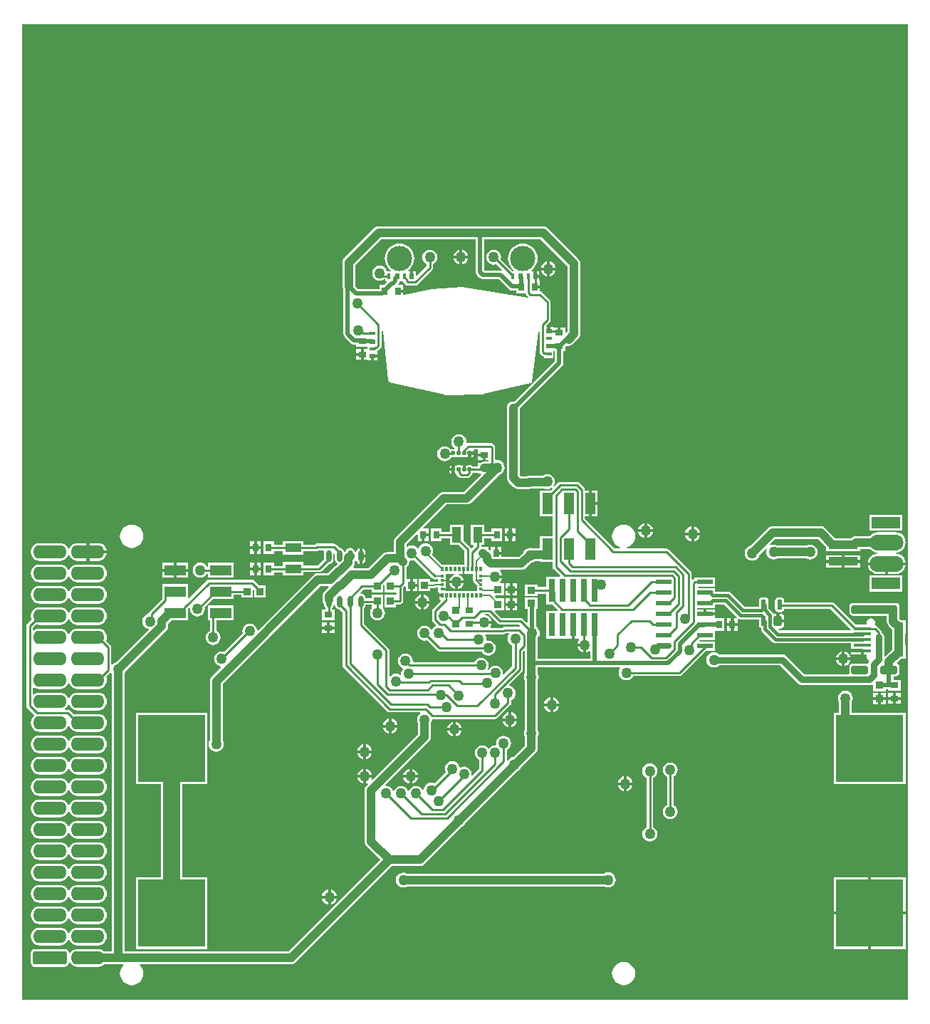
<source format=gbl>
G04*
G04 #@! TF.GenerationSoftware,Altium Limited,Altium Designer,20.1.10 (176)*
G04*
G04 Layer_Physical_Order=2*
G04 Layer_Color=16711680*
%FSLAX44Y44*%
%MOMM*%
G71*
G04*
G04 #@! TF.SameCoordinates,3C272685-A037-487F-9890-8FF06BE111D6*
G04*
G04*
G04 #@! TF.FilePolarity,Positive*
G04*
G01*
G75*
%ADD14C,0.2540*%
%ADD17R,0.8700X0.9700*%
%ADD19R,0.9652X0.7620*%
%ADD20R,0.9700X0.8700*%
%ADD23R,0.7620X0.9652*%
%ADD33O,4.0000X1.9050*%
G04:AMPARAMS|DCode=34|XSize=2mm|YSize=1mm|CornerRadius=0.25mm|HoleSize=0mm|Usage=FLASHONLY|Rotation=180.000|XOffset=0mm|YOffset=0mm|HoleType=Round|Shape=RoundedRectangle|*
%AMROUNDEDRECTD34*
21,1,2.0000,0.5000,0,0,180.0*
21,1,1.5000,1.0000,0,0,180.0*
1,1,0.5000,-0.7500,0.2500*
1,1,0.5000,0.7500,0.2500*
1,1,0.5000,0.7500,-0.2500*
1,1,0.5000,-0.7500,-0.2500*
%
%ADD34ROUNDEDRECTD34*%
%ADD35O,4.0000X1.6000*%
G04:AMPARAMS|DCode=36|XSize=1.6mm|YSize=4mm|CornerRadius=0.2mm|HoleSize=0mm|Usage=FLASHONLY|Rotation=270.000|XOffset=0mm|YOffset=0mm|HoleType=Round|Shape=RoundedRectangle|*
%AMROUNDEDRECTD36*
21,1,1.6000,3.6000,0,0,270.0*
21,1,1.2000,4.0000,0,0,270.0*
1,1,0.4000,-1.8000,-0.6000*
1,1,0.4000,-1.8000,0.6000*
1,1,0.4000,1.8000,0.6000*
1,1,0.4000,1.8000,-0.6000*
%
%ADD36ROUNDEDRECTD36*%
%ADD37C,1.2700*%
%ADD38C,3.0000*%
%ADD39C,1.0000*%
%ADD40C,0.5000*%
%ADD42R,3.4000X1.4000*%
%ADD43R,3.5000X1.0000*%
%ADD44R,1.2700X2.5400*%
%ADD45R,0.6500X0.3500*%
%ADD46R,0.6500X0.6000*%
%ADD47R,0.6500X0.5000*%
%ADD48R,0.6500X0.4500*%
%ADD49R,0.5000X0.6500*%
%ADD50R,0.3500X0.6500*%
%ADD51R,0.6000X0.6500*%
%ADD52R,0.4500X0.6500*%
%ADD53O,0.6000X1.4000*%
%ADD54R,1.1000X1.9000*%
%ADD55R,0.3000X0.5250*%
%ADD56R,0.4250X0.3000*%
%ADD57R,0.7399X2.7899*%
%ADD58R,1.9000X0.6000*%
G04:AMPARAMS|DCode=59|XSize=1.9mm|YSize=0.6mm|CornerRadius=0.15mm|HoleSize=0mm|Usage=FLASHONLY|Rotation=0.000|XOffset=0mm|YOffset=0mm|HoleType=Round|Shape=RoundedRectangle|*
%AMROUNDEDRECTD59*
21,1,1.9000,0.3000,0,0,0.0*
21,1,1.6000,0.6000,0,0,0.0*
1,1,0.3000,0.8000,-0.1500*
1,1,0.3000,-0.8000,-0.1500*
1,1,0.3000,-0.8000,0.1500*
1,1,0.3000,0.8000,0.1500*
%
%ADD59ROUNDEDRECTD59*%
%ADD60R,2.1500X0.4000*%
%ADD61R,1.1000X1.1000*%
G04:AMPARAMS|DCode=62|XSize=0.49mm|YSize=0.45mm|CornerRadius=0.0563mm|HoleSize=0mm|Usage=FLASHONLY|Rotation=90.000|XOffset=0mm|YOffset=0mm|HoleType=Round|Shape=RoundedRectangle|*
%AMROUNDEDRECTD62*
21,1,0.4900,0.3375,0,0,90.0*
21,1,0.3775,0.4500,0,0,90.0*
1,1,0.1125,0.1688,0.1888*
1,1,0.1125,0.1688,-0.1888*
1,1,0.1125,-0.1688,-0.1888*
1,1,0.1125,-0.1688,0.1888*
%
%ADD62ROUNDEDRECTD62*%
%ADD63R,2.5400X1.2700*%
G04:AMPARAMS|DCode=64|XSize=1.26mm|YSize=0.59mm|CornerRadius=0.1475mm|HoleSize=0mm|Usage=FLASHONLY|Rotation=90.000|XOffset=0mm|YOffset=0mm|HoleType=Round|Shape=RoundedRectangle|*
%AMROUNDEDRECTD64*
21,1,1.2600,0.2950,0,0,90.0*
21,1,0.9650,0.5900,0,0,90.0*
1,1,0.2950,0.1475,0.4825*
1,1,0.2950,0.1475,-0.4825*
1,1,0.2950,-0.1475,-0.4825*
1,1,0.2950,-0.1475,0.4825*
%
%ADD64ROUNDEDRECTD64*%
G04:AMPARAMS|DCode=65|XSize=1.26mm|YSize=0.99mm|CornerRadius=0.2475mm|HoleSize=0mm|Usage=FLASHONLY|Rotation=90.000|XOffset=0mm|YOffset=0mm|HoleType=Round|Shape=RoundedRectangle|*
%AMROUNDEDRECTD65*
21,1,1.2600,0.4950,0,0,90.0*
21,1,0.7650,0.9900,0,0,90.0*
1,1,0.4950,0.2475,0.3825*
1,1,0.4950,0.2475,-0.3825*
1,1,0.4950,-0.2475,-0.3825*
1,1,0.4950,-0.2475,0.3825*
%
%ADD65ROUNDEDRECTD65*%
%ADD66R,8.0000X8.0000*%
%ADD67R,1.9000X1.1000*%
%ADD68C,0.1900*%
%ADD69C,0.1600*%
%ADD70C,0.8000*%
%ADD71C,0.3810*%
%ADD72C,2.0000*%
G36*
X1166460Y10070D02*
X113420D01*
Y1169670D01*
X1166460D01*
Y10070D01*
D02*
G37*
%LPC*%
G36*
X732790Y929625D02*
X537210D01*
X535242Y929366D01*
X533408Y928606D01*
X531832Y927398D01*
X496260Y891825D01*
X495051Y890250D01*
X494292Y888416D01*
X494033Y886448D01*
Y858520D01*
X494292Y856552D01*
X495051Y854717D01*
X495241Y854470D01*
Y801370D01*
X495632Y799404D01*
X496746Y797736D01*
X504078Y790405D01*
X505745Y789291D01*
X507711Y788900D01*
X510794D01*
Y786384D01*
X524210D01*
Y783336D01*
X519910D01*
Y776986D01*
X518160D01*
D01*
X519910D01*
Y770636D01*
X524210D01*
Y770460D01*
X528250D01*
Y775500D01*
X530000D01*
Y777250D01*
X535790D01*
Y781997D01*
X536315Y782101D01*
X537575Y782943D01*
X539807Y785175D01*
X540649Y786435D01*
X540945Y787922D01*
Y805005D01*
X542215Y805074D01*
X548626Y746459D01*
X548647Y746390D01*
X548645Y746318D01*
X548798Y745910D01*
X548929Y745495D01*
X548975Y745440D01*
X549001Y745372D01*
X549299Y745054D01*
X549579Y744721D01*
X549642Y744687D01*
X549692Y744635D01*
X550089Y744455D01*
X550475Y744254D01*
X550546Y744248D01*
X550612Y744218D01*
X615252Y729148D01*
X615572Y729137D01*
X615887Y729081D01*
X661677Y729911D01*
X661943Y729969D01*
X662216Y729977D01*
X717986Y742927D01*
X718035Y742950D01*
X718090Y742954D01*
X718494Y743157D01*
X718906Y743344D01*
X718944Y743383D01*
X718992Y743408D01*
X719288Y743750D01*
X719598Y744080D01*
X719617Y744131D01*
X719653Y744172D01*
X719795Y744602D01*
X719955Y745026D01*
X719953Y745080D01*
X719970Y745132D01*
X727245Y803878D01*
X728515Y803799D01*
Y780170D01*
X728811Y778683D01*
X729653Y777423D01*
X731313Y775763D01*
X732573Y774921D01*
X733670Y774703D01*
Y772960D01*
X745250D01*
Y780796D01*
X746701D01*
Y769209D01*
X698651Y721158D01*
X697230Y721345D01*
X695262Y721086D01*
X693428Y720326D01*
X691852Y719118D01*
X690644Y717542D01*
X689884Y715708D01*
X689625Y713740D01*
Y630698D01*
X689884Y628730D01*
X690644Y626895D01*
X691852Y625320D01*
X697710Y619462D01*
X699285Y618254D01*
X700045Y617939D01*
X701120Y617494D01*
X703088Y617235D01*
X715869D01*
X717838Y617494D01*
X718775Y617882D01*
X734141D01*
X735443Y617343D01*
X737764Y617037D01*
X740085Y617343D01*
X742247Y618239D01*
X742899Y618738D01*
X743738Y617781D01*
X741266Y615310D01*
X728980D01*
Y584830D01*
X744145D01*
Y560710D01*
X728980D01*
Y546399D01*
X721105D01*
X719802Y546938D01*
X717482Y547244D01*
X715161Y546938D01*
X712998Y546043D01*
X711141Y544618D01*
X709716Y542761D01*
X709177Y541458D01*
X703978Y536259D01*
X683514D01*
Y539270D01*
X677164D01*
Y541020D01*
X675414D01*
Y548386D01*
X670814D01*
Y544036D01*
X669641Y543550D01*
X667766Y545425D01*
Y548386D01*
X663232D01*
X661416Y548625D01*
X660244Y548471D01*
X660101Y548503D01*
X659124Y549300D01*
X659178Y550570D01*
X663160D01*
Y558725D01*
X671576D01*
Y555244D01*
X684276D01*
Y569976D01*
X671576D01*
Y566495D01*
X663160D01*
Y574650D01*
X647080D01*
Y550570D01*
X649652D01*
X650178Y549300D01*
X647924Y547045D01*
X646498Y547416D01*
X645877Y548347D01*
X638160Y556064D01*
Y574650D01*
X622080D01*
Y566495D01*
X612394D01*
Y569976D01*
X599694D01*
Y555244D01*
X612394D01*
Y558725D01*
X622080D01*
Y550570D01*
X632666D01*
X639245Y543991D01*
Y526900D01*
X613077D01*
X600869Y539109D01*
X601751Y541239D01*
X602057Y543560D01*
X601751Y545881D01*
X600855Y548043D01*
X599430Y549900D01*
X597573Y551325D01*
X595411Y552221D01*
X593090Y552527D01*
X590769Y552221D01*
X588607Y551325D01*
X586750Y549900D01*
X585325Y548043D01*
X584859Y546920D01*
X583405Y546729D01*
X582920Y547360D01*
X581063Y548785D01*
X578901Y549681D01*
X576580Y549987D01*
X574259Y549681D01*
X572097Y548785D01*
X571485Y548316D01*
X570215Y548942D01*
Y551073D01*
X582773Y563631D01*
X583946Y563145D01*
Y555244D01*
X588546D01*
Y562610D01*
X590296D01*
Y564360D01*
X596646D01*
Y569976D01*
X590777D01*
X590291Y571149D01*
X617868Y598726D01*
X641891D01*
X643860Y598985D01*
X645694Y599745D01*
X647269Y600954D01*
X680240Y633924D01*
X680501Y633959D01*
X682663Y634855D01*
X684520Y636280D01*
X685945Y638137D01*
X686841Y640299D01*
X687147Y642620D01*
X686841Y644941D01*
X685945Y647103D01*
X684520Y648960D01*
X682663Y650385D01*
X680501Y651281D01*
X678180Y651587D01*
X676985Y651429D01*
X675715Y652543D01*
Y666532D01*
X675419Y668019D01*
X674577Y669279D01*
X673089Y670767D01*
X671829Y671609D01*
X670342Y671905D01*
X644021D01*
X642688Y671639D01*
X642060Y672002D01*
X641515Y672455D01*
X641626Y673299D01*
X641320Y675620D01*
X640425Y677783D01*
X639000Y679640D01*
X637142Y681065D01*
X634980Y681960D01*
X632659Y682266D01*
X630338Y681960D01*
X628176Y681065D01*
X626319Y679640D01*
X624894Y677783D01*
X623998Y675620D01*
X623693Y673299D01*
X623998Y670978D01*
X624894Y668816D01*
X626319Y666959D01*
X627541Y666021D01*
X627110Y664751D01*
X624272D01*
X623062Y664510D01*
X623039Y664495D01*
X622290Y665470D01*
X620433Y666895D01*
X618271Y667791D01*
X615950Y668097D01*
X613629Y667791D01*
X611467Y666895D01*
X609610Y665470D01*
X608185Y663613D01*
X607289Y661451D01*
X606983Y659130D01*
X607289Y656809D01*
X608185Y654647D01*
X609610Y652790D01*
X611467Y651365D01*
X613629Y650469D01*
X615950Y650163D01*
X618271Y650469D01*
X620433Y651365D01*
X622290Y652790D01*
X623715Y654647D01*
X623759Y654751D01*
X624272Y654649D01*
X627648D01*
X628858Y654890D01*
X629210Y655125D01*
X629562Y654890D01*
X630773Y654649D01*
X634147D01*
X635358Y654890D01*
X635710Y655125D01*
X636062Y654890D01*
X637272Y654649D01*
X640648D01*
X641858Y654890D01*
X642210Y655125D01*
X642562Y654890D01*
X643710Y654662D01*
Y657303D01*
X643811Y657812D01*
Y659700D01*
X645460D01*
Y661450D01*
X650311D01*
Y661588D01*
X650070Y662798D01*
X650025Y662865D01*
X650704Y664135D01*
X655574D01*
Y659624D01*
X662940D01*
Y657874D01*
X664690D01*
Y651524D01*
X667945D01*
Y649783D01*
X667894Y649731D01*
X662940D01*
X660972Y649472D01*
X659138Y648712D01*
X658830Y648476D01*
X655574D01*
Y644185D01*
X649544D01*
X649384Y644424D01*
X648358Y645110D01*
X647148Y645351D01*
X643773D01*
X642562Y645110D01*
X642210Y644875D01*
X641858Y645110D01*
X640710Y645338D01*
Y642697D01*
X640609Y642187D01*
Y640300D01*
X637311D01*
Y642187D01*
X637210Y642697D01*
Y645338D01*
X636062Y645110D01*
X635710Y644875D01*
X635358Y645110D01*
X634147Y645351D01*
X630773D01*
X629562Y645110D01*
X629210Y644875D01*
X628858Y645110D01*
X627710Y645338D01*
Y642697D01*
X627609Y642187D01*
Y640300D01*
Y638413D01*
X627710Y637903D01*
Y635262D01*
X628858Y635490D01*
X629703Y634528D01*
X630153Y633854D01*
X632715Y631293D01*
X633975Y630451D01*
X635461Y630155D01*
X642459D01*
X643945Y630451D01*
X645206Y631293D01*
X647767Y633854D01*
X648609Y635115D01*
X648734Y635741D01*
X649384Y636176D01*
X649544Y636415D01*
X655574D01*
Y635776D01*
X658785D01*
X658843Y635713D01*
X659132Y634327D01*
X638741Y613936D01*
X614718D01*
X612750Y613677D01*
X610915Y612917D01*
X609341Y611709D01*
X557232Y559601D01*
X556024Y558026D01*
X555264Y556191D01*
X555005Y554223D01*
Y542195D01*
X547265D01*
X545297Y541936D01*
X544222Y541491D01*
X543462Y541176D01*
X541888Y539968D01*
X525170Y523250D01*
X507826D01*
X507200Y524520D01*
X507976Y525532D01*
X508736Y527366D01*
X508995Y529334D01*
Y531603D01*
X509454Y531994D01*
X510845Y531511D01*
X510872Y531378D01*
X512096Y529546D01*
X513928Y528321D01*
X514340Y528240D01*
Y537540D01*
Y546840D01*
X513928Y546758D01*
X512096Y545534D01*
X510872Y543702D01*
X510761Y543146D01*
X509418Y542707D01*
X508696Y543262D01*
X508609Y543702D01*
X507384Y545534D01*
X505552Y546758D01*
X503390Y547188D01*
X501228Y546758D01*
X499396Y545534D01*
X498172Y543702D01*
X498105Y543368D01*
X497291Y542816D01*
X495988Y543304D01*
X495909Y543702D01*
X494684Y545534D01*
X492852Y546758D01*
X490690Y547188D01*
X490561Y547163D01*
X486627Y551097D01*
X485367Y551939D01*
X483880Y552235D01*
X463982D01*
X462495Y551939D01*
X461235Y551097D01*
X461193Y551055D01*
X447650D01*
Y555210D01*
X423570D01*
Y551255D01*
X413004D01*
Y554736D01*
X400304D01*
Y540004D01*
X413004D01*
Y543485D01*
X423570D01*
Y539130D01*
X447650D01*
Y543285D01*
X462802D01*
X464288Y543581D01*
X465549Y544423D01*
X465591Y544465D01*
X471871D01*
X472671Y543195D01*
X472341Y541540D01*
Y533540D01*
X472367Y533411D01*
X465011Y526055D01*
X447650D01*
Y530210D01*
X423570D01*
Y525855D01*
X413004D01*
Y529336D01*
X400304D01*
Y514604D01*
X413004D01*
Y518085D01*
X423570D01*
Y514130D01*
X447650D01*
Y518285D01*
X466620D01*
X468107Y518581D01*
X469367Y519423D01*
X477861Y527917D01*
X477990Y527892D01*
X480152Y528321D01*
X481984Y529546D01*
X483209Y531378D01*
X483639Y533540D01*
Y540027D01*
X484909Y540793D01*
X485042Y540723D01*
Y533540D01*
X485471Y531378D01*
X486696Y529546D01*
X488107Y528603D01*
X488294Y527790D01*
X487844Y526648D01*
X486769Y526203D01*
X486009Y525888D01*
X484434Y524680D01*
X476630Y516875D01*
X464820D01*
X462852Y516616D01*
X461017Y515856D01*
X459442Y514648D01*
X394050Y449255D01*
X392848Y449664D01*
X392739Y450492D01*
X391843Y452654D01*
X390418Y454511D01*
X388561Y455936D01*
X386398Y456832D01*
X384077Y457138D01*
X381757Y456832D01*
X379594Y455936D01*
X377737Y454511D01*
X376312Y452654D01*
X375416Y450492D01*
X375111Y448171D01*
X375416Y445850D01*
X375466Y445730D01*
X353439Y423703D01*
X352841Y423951D01*
X350520Y424257D01*
X348199Y423951D01*
X346037Y423055D01*
X344180Y421630D01*
X342755Y419773D01*
X341859Y417611D01*
X341553Y415290D01*
X341859Y412969D01*
X342755Y410807D01*
X344180Y408950D01*
X346037Y407525D01*
X348199Y406629D01*
X349461Y406463D01*
X349917Y405122D01*
X338792Y393998D01*
X337584Y392422D01*
X336824Y390588D01*
X336565Y388620D01*
Y318382D01*
X336405Y318173D01*
X335509Y316011D01*
X335203Y313690D01*
X335509Y311369D01*
X336405Y309207D01*
X337830Y307350D01*
X339687Y305925D01*
X341849Y305029D01*
X344170Y304723D01*
X346491Y305029D01*
X348653Y305925D01*
X350510Y307350D01*
X351935Y309207D01*
X352831Y311369D01*
X353137Y313690D01*
X352831Y316011D01*
X351935Y318173D01*
X351775Y318382D01*
Y385470D01*
X467970Y501665D01*
X477495D01*
X477981Y500492D01*
X472612Y495123D01*
X471404Y493548D01*
X470644Y491714D01*
X470385Y489746D01*
Y485540D01*
X470644Y483572D01*
X471404Y481738D01*
X472341Y480516D01*
Y479540D01*
X472771Y477378D01*
X473996Y475546D01*
X474105Y475473D01*
Y473964D01*
X470154D01*
Y461264D01*
X484886D01*
Y473964D01*
X481875D01*
Y475473D01*
X481984Y475546D01*
X483209Y477378D01*
X483611Y479402D01*
X483732Y479596D01*
X483772Y479620D01*
X484010Y479605D01*
X485155Y478969D01*
X485471Y477378D01*
X486696Y475546D01*
X488528Y474322D01*
X490690Y473891D01*
X490819Y473917D01*
X494425Y470311D01*
Y407636D01*
X494721Y406149D01*
X495563Y404889D01*
X547607Y352845D01*
X548867Y352003D01*
X550354Y351708D01*
X586693D01*
X587040Y350438D01*
X585480Y349240D01*
X584055Y347383D01*
X583159Y345221D01*
X582853Y342900D01*
X583159Y340579D01*
X584055Y338417D01*
X584215Y338208D01*
Y325730D01*
X530016Y271531D01*
X528939Y272250D01*
X529361Y273269D01*
X529436Y273840D01*
X522450D01*
Y266854D01*
X523021Y266929D01*
X524040Y267351D01*
X524759Y266274D01*
X522942Y264458D01*
X521734Y262882D01*
X520974Y261048D01*
X520715Y259080D01*
Y198120D01*
X520974Y196152D01*
X521734Y194317D01*
X522942Y192742D01*
X539155Y176530D01*
X430030Y67405D01*
X234935D01*
Y397898D01*
X235095Y398107D01*
X235732Y399643D01*
X284698Y448609D01*
X285906Y450184D01*
X286666Y452018D01*
X286925Y453987D01*
Y457140D01*
X290795Y461010D01*
X310520D01*
Y474605D01*
X310590Y474954D01*
X311692Y476057D01*
X312895Y475464D01*
X312779Y474582D01*
X313085Y472261D01*
X313980Y470098D01*
X315405Y468241D01*
X317262Y466816D01*
X319425Y465920D01*
X321746Y465615D01*
X324067Y465920D01*
X326229Y466816D01*
X328086Y468241D01*
X329511Y470098D01*
X330407Y472261D01*
X330713Y474582D01*
X330433Y476709D01*
X340134Y486410D01*
X365120D01*
Y491415D01*
X373930D01*
Y487910D01*
X387710D01*
Y496635D01*
X388980Y497257D01*
X389530Y496830D01*
Y487910D01*
X403310D01*
Y502690D01*
X395024D01*
X389507Y508207D01*
X388247Y509049D01*
X386760Y509345D01*
X335602D01*
X334115Y509049D01*
X332855Y508207D01*
X311790Y487142D01*
X310520Y487668D01*
Y504190D01*
X280040D01*
Y490595D01*
X279965Y490220D01*
Y486749D01*
X264627Y471411D01*
X263785Y470151D01*
X263489Y468664D01*
Y468451D01*
X263109Y468401D01*
X260947Y467505D01*
X259090Y466080D01*
X257665Y464223D01*
X256769Y462061D01*
X256463Y459740D01*
X256769Y457419D01*
X257665Y455257D01*
X259090Y453400D01*
X260947Y451975D01*
X263109Y451079D01*
X263937Y450970D01*
X264345Y449767D01*
X225954Y411376D01*
X225009Y411251D01*
X222847Y410355D01*
X220990Y408930D01*
X220575Y408390D01*
X219305Y408821D01*
Y428880D01*
X219009Y430367D01*
X218167Y431627D01*
X213286Y436508D01*
X213879Y437938D01*
X214241Y440690D01*
X213879Y443442D01*
X212817Y446006D01*
X211127Y448207D01*
X208925Y449897D01*
X206362Y450959D01*
X203610Y451321D01*
X179610D01*
X176859Y450959D01*
X174294Y449897D01*
X172093Y448207D01*
X170403Y446006D01*
X169597Y444060D01*
X168223D01*
X167417Y446006D01*
X165727Y448207D01*
X163526Y449897D01*
X160961Y450959D01*
X158210Y451321D01*
X134210D01*
X131459Y450959D01*
X128895Y449897D01*
X127555Y448868D01*
X126285Y449495D01*
Y452671D01*
X130028Y456414D01*
X131459Y455821D01*
X134210Y455459D01*
X158210D01*
X160961Y455821D01*
X163526Y456883D01*
X165727Y458573D01*
X167417Y460774D01*
X168223Y462720D01*
X169597D01*
X170403Y460774D01*
X172093Y458573D01*
X174294Y456883D01*
X176859Y455821D01*
X179610Y455459D01*
X203610D01*
X206362Y455821D01*
X208925Y456883D01*
X211127Y458573D01*
X212817Y460774D01*
X213879Y463339D01*
X214241Y466090D01*
X213879Y468842D01*
X212817Y471405D01*
X211127Y473607D01*
X208925Y475297D01*
X206362Y476359D01*
X203610Y476721D01*
X179610D01*
X176859Y476359D01*
X174294Y475297D01*
X172093Y473607D01*
X170403Y471405D01*
X169597Y469460D01*
X168223D01*
X167417Y471405D01*
X165727Y473607D01*
X163526Y475297D01*
X160961Y476359D01*
X158210Y476721D01*
X134210D01*
X131459Y476359D01*
X128895Y475297D01*
X126693Y473607D01*
X125003Y471405D01*
X123941Y468842D01*
X123579Y466090D01*
X123941Y463339D01*
X124534Y461908D01*
X119653Y457027D01*
X118811Y455767D01*
X118515Y454280D01*
Y359598D01*
X118811Y358112D01*
X119653Y356851D01*
X127600Y348904D01*
X127508Y347233D01*
X126693Y346607D01*
X125003Y344406D01*
X123941Y341842D01*
X123579Y339090D01*
X123941Y336339D01*
X125003Y333774D01*
X126693Y331573D01*
X128895Y329883D01*
X131459Y328821D01*
X134210Y328459D01*
X158210D01*
X160961Y328821D01*
X163526Y329883D01*
X165727Y331573D01*
X167417Y333774D01*
X168223Y335720D01*
X169597D01*
X170403Y333774D01*
X172093Y331573D01*
X174294Y329883D01*
X176859Y328821D01*
X179610Y328459D01*
X203610D01*
X206362Y328821D01*
X208925Y329883D01*
X211127Y331573D01*
X212817Y333774D01*
X213879Y336339D01*
X214241Y339090D01*
X213879Y341842D01*
X212817Y344406D01*
X211127Y346607D01*
X208925Y348297D01*
X206362Y349359D01*
X203610Y349721D01*
X179610D01*
X176859Y349359D01*
X175428Y348766D01*
X170547Y353647D01*
X169287Y354489D01*
X167800Y354785D01*
X164962D01*
X164531Y356055D01*
X165727Y356973D01*
X167417Y359174D01*
X168223Y361120D01*
X169597D01*
X170403Y359174D01*
X172093Y356973D01*
X174294Y355283D01*
X176859Y354221D01*
X179610Y353859D01*
X203610D01*
X206362Y354221D01*
X208925Y355283D01*
X211127Y356973D01*
X212817Y359174D01*
X213879Y361739D01*
X214241Y364490D01*
X213879Y367242D01*
X212817Y369805D01*
X211127Y372007D01*
X208925Y373697D01*
X206362Y374759D01*
X203610Y375121D01*
X179610D01*
X176859Y374759D01*
X174294Y373697D01*
X172093Y372007D01*
X170403Y369805D01*
X169597Y367860D01*
X168223D01*
X167417Y369805D01*
X165727Y372007D01*
X163526Y373697D01*
X160961Y374759D01*
X158210Y375121D01*
X134210D01*
X131459Y374759D01*
X128895Y373697D01*
X127555Y372668D01*
X126285Y373295D01*
Y381085D01*
X127555Y381712D01*
X128895Y380683D01*
X131459Y379621D01*
X134210Y379259D01*
X158210D01*
X160961Y379621D01*
X163526Y380683D01*
X165727Y382373D01*
X167417Y384575D01*
X168223Y386520D01*
X169597D01*
X170403Y384575D01*
X172093Y382373D01*
X174294Y380683D01*
X176859Y379621D01*
X179610Y379259D01*
X203610D01*
X206362Y379621D01*
X208925Y380683D01*
X211127Y382373D01*
X212817Y384575D01*
X213879Y387138D01*
X214241Y389890D01*
X213879Y392641D01*
X213286Y394072D01*
X217935Y398722D01*
X219325Y398684D01*
X219565Y398107D01*
X219725Y397898D01*
Y67405D01*
X210869D01*
X208925Y68897D01*
X206362Y69959D01*
X203610Y70321D01*
X179610D01*
X176859Y69959D01*
X174294Y68897D01*
X172093Y67207D01*
X170403Y65005D01*
X170109Y64295D01*
X168839Y64547D01*
Y65690D01*
X168487Y67461D01*
X167483Y68963D01*
X165981Y69967D01*
X164210Y70319D01*
X128210D01*
X126439Y69967D01*
X124937Y68963D01*
X123933Y67461D01*
X123581Y65690D01*
Y53690D01*
X123933Y51919D01*
X124937Y50417D01*
X126439Y49413D01*
X128210Y49061D01*
X164210D01*
X165981Y49413D01*
X167483Y50417D01*
X168487Y51919D01*
X168839Y53690D01*
Y54833D01*
X170109Y55085D01*
X170403Y54374D01*
X172093Y52173D01*
X174294Y50483D01*
X176859Y49421D01*
X179610Y49059D01*
X203610D01*
X206362Y49421D01*
X208925Y50483D01*
X211127Y52173D01*
X211144Y52195D01*
X233552D01*
X233960Y50992D01*
X233761Y50839D01*
X231547Y47955D01*
X230155Y44595D01*
X229681Y40990D01*
X230155Y37385D01*
X231547Y34025D01*
X233761Y31141D01*
X236645Y28927D01*
X240005Y27535D01*
X243610Y27061D01*
X247215Y27535D01*
X250575Y28927D01*
X253459Y31141D01*
X255673Y34025D01*
X257065Y37385D01*
X257539Y40990D01*
X257065Y44595D01*
X255673Y47955D01*
X253459Y50839D01*
X253260Y50992D01*
X253668Y52195D01*
X433180D01*
X435148Y52454D01*
X436982Y53214D01*
X438558Y54422D01*
X553060Y168925D01*
X586740D01*
X588708Y169184D01*
X590542Y169944D01*
X592118Y171152D01*
X636562Y215597D01*
X636943Y215755D01*
X638800Y217180D01*
X640225Y219037D01*
X640384Y219418D01*
X702602Y281637D01*
X702983Y281795D01*
X704840Y283220D01*
X706265Y285077D01*
X706423Y285458D01*
X724198Y303232D01*
X725406Y304807D01*
X726166Y306642D01*
X726425Y308610D01*
Y321698D01*
X726585Y321907D01*
X727481Y324069D01*
X727787Y326390D01*
X727481Y328711D01*
X726585Y330873D01*
X726425Y331082D01*
Y389008D01*
X726585Y389217D01*
X727481Y391379D01*
X727787Y393700D01*
X727481Y396021D01*
X726585Y398183D01*
X726425Y398392D01*
Y405071D01*
X824036D01*
X824598Y403932D01*
X824085Y403263D01*
X823189Y401101D01*
X822883Y398780D01*
X823189Y396459D01*
X824085Y394297D01*
X825510Y392440D01*
X827367Y391015D01*
X829529Y390119D01*
X831850Y389813D01*
X834171Y390119D01*
X836333Y391015D01*
X838190Y392440D01*
X839615Y394297D01*
X839863Y394895D01*
X894930D01*
X896417Y395191D01*
X897677Y396033D01*
X926634Y424990D01*
X937020D01*
Y436070D01*
X919579D01*
X918926Y437340D01*
X919177Y437690D01*
X937020D01*
Y448564D01*
X948436D01*
Y463296D01*
X937020D01*
Y466880D01*
X924980D01*
Y468630D01*
X923230D01*
Y474170D01*
X915555D01*
Y475790D01*
X937020D01*
Y479973D01*
X947943D01*
X963350Y464566D01*
X962823Y463296D01*
X959584D01*
Y457680D01*
X964184D01*
Y462134D01*
X965454Y462813D01*
X965865Y462538D01*
X967600Y462193D01*
X989501D01*
Y455275D01*
X989813Y453708D01*
X990700Y452380D01*
X991793Y451650D01*
Y450778D01*
X992138Y449044D01*
X993120Y447574D01*
X1005674Y435020D01*
X1007144Y434038D01*
X1008878Y433693D01*
X1008878Y433693D01*
X1099230D01*
Y427110D01*
Y426900D01*
X1112520D01*
Y425150D01*
X1114270D01*
Y420610D01*
X1116791D01*
X1117718Y419340D01*
X1117481Y418150D01*
X1117872Y416184D01*
X1118986Y414516D01*
X1120036Y413815D01*
X1120436Y412249D01*
X1120247Y412004D01*
X1119602Y410447D01*
X1119547Y410326D01*
X1118192Y409536D01*
X1116920Y409789D01*
X1101920D01*
X1099954Y409398D01*
X1098286Y408284D01*
X1097172Y406617D01*
X1096781Y404650D01*
Y399650D01*
X1097015Y398476D01*
X1096080Y397206D01*
X1043400D01*
X1021923Y418684D01*
X1020556Y419733D01*
X1018965Y420392D01*
X1017258Y420616D01*
X941997D01*
X940473Y421785D01*
X938311Y422681D01*
X935990Y422987D01*
X933669Y422681D01*
X931507Y421785D01*
X929650Y420360D01*
X928225Y418503D01*
X927329Y416341D01*
X927023Y414020D01*
X927329Y411699D01*
X928225Y409537D01*
X929650Y407680D01*
X931507Y406255D01*
X933669Y405359D01*
X935990Y405053D01*
X938311Y405359D01*
X940473Y406255D01*
X941997Y407424D01*
X1014526D01*
X1036004Y385946D01*
X1037370Y384897D01*
X1038961Y384238D01*
X1040668Y384013D01*
X1120665D01*
X1122372Y384238D01*
X1123963Y384897D01*
X1124180Y385064D01*
X1125450Y384438D01*
Y376830D01*
X1140230D01*
Y378618D01*
X1143254D01*
Y377444D01*
X1157986D01*
Y390144D01*
X1149259D01*
Y394511D01*
X1151620D01*
X1153587Y394902D01*
X1155254Y396016D01*
X1156368Y397683D01*
X1156759Y399650D01*
Y404650D01*
X1156368Y406617D01*
X1155254Y408284D01*
X1154085Y409064D01*
X1153780Y410555D01*
X1158335Y415110D01*
X1163660D01*
Y431190D01*
X1163225D01*
Y445110D01*
X1163660D01*
Y461190D01*
X1158335D01*
X1156725Y462800D01*
Y471481D01*
X1156759Y471650D01*
Y476650D01*
X1156368Y478616D01*
X1155254Y480284D01*
X1153587Y481398D01*
X1151620Y481789D01*
X1136620D01*
X1136451Y481755D01*
X1117089D01*
X1116920Y481789D01*
X1101920D01*
X1099954Y481398D01*
X1098286Y480284D01*
X1097172Y478616D01*
X1096781Y476650D01*
Y471650D01*
X1097172Y469683D01*
X1098286Y468016D01*
X1099954Y466902D01*
X1101920Y466511D01*
X1116920D01*
X1117089Y466545D01*
X1136451D01*
X1136620Y466511D01*
X1141515D01*
Y459650D01*
X1141774Y457682D01*
X1142534Y455848D01*
X1143742Y454272D01*
X1147580Y450435D01*
Y445110D01*
X1148015D01*
Y431190D01*
X1147580D01*
Y425865D01*
X1139526Y417812D01*
X1138256Y418338D01*
Y441430D01*
X1138032Y443138D01*
X1137373Y444729D01*
X1136324Y446095D01*
X1135545Y446693D01*
Y446950D01*
X1135249Y448437D01*
X1134407Y449697D01*
X1130207Y453897D01*
X1128947Y454739D01*
X1128049Y454917D01*
X1127402Y456120D01*
X1127392Y456305D01*
X1127759Y458150D01*
X1127368Y460117D01*
X1126254Y461784D01*
X1124586Y462898D01*
X1122620Y463289D01*
X1120654Y462898D01*
X1118986Y461784D01*
X1117872Y460117D01*
X1117481Y458150D01*
X1117718Y456960D01*
X1116791Y455690D01*
X1104724D01*
X1078877Y481537D01*
X1077617Y482379D01*
X1076130Y482675D01*
X1019639D01*
Y484525D01*
X1019327Y486092D01*
X1018440Y487420D01*
X1017112Y488307D01*
X1015545Y488619D01*
X1012595D01*
X1011028Y488307D01*
X1009700Y487420D01*
X1008813Y486092D01*
X1008501Y484525D01*
Y474875D01*
X1008813Y473308D01*
X1009700Y471980D01*
X1011028Y471093D01*
X1012595Y470781D01*
X1015545D01*
X1017112Y471093D01*
X1018440Y471980D01*
X1019327Y473308D01*
X1019639Y474875D01*
Y474905D01*
X1074521D01*
X1099049Y450377D01*
X1098793Y449107D01*
X1013386D01*
X1012505Y449988D01*
X1012991Y451162D01*
X1014545D01*
X1016502Y451551D01*
X1018161Y452659D01*
X1019269Y454318D01*
X1019658Y456275D01*
Y458350D01*
X1012070D01*
Y460100D01*
X1010320D01*
Y469038D01*
X1009595D01*
X1008186Y468758D01*
X1007348Y468849D01*
X1006513Y469424D01*
X1005880Y470372D01*
X1000647Y475604D01*
Y478655D01*
X1000647Y478655D01*
X1000639Y478698D01*
Y484525D01*
X1000327Y486092D01*
X999440Y487420D01*
X998112Y488307D01*
X996545Y488619D01*
X993595D01*
X992028Y488307D01*
X990700Y487420D01*
X989813Y486092D01*
X989501Y484525D01*
Y477607D01*
X972107D01*
X955655Y494060D01*
X954184Y495042D01*
X952450Y495387D01*
X937020D01*
Y499570D01*
X917361D01*
X916554Y500840D01*
X916718Y501190D01*
X937020D01*
Y512270D01*
X912940D01*
Y510577D01*
X911643Y510319D01*
X910665Y509665D01*
X909395Y510109D01*
Y516541D01*
X909099Y518027D01*
X908257Y519288D01*
X882277Y545267D01*
X881017Y546109D01*
X879530Y546405D01*
X832804D01*
X832552Y547675D01*
X835575Y548927D01*
X838459Y551141D01*
X840673Y554025D01*
X842065Y557385D01*
X842539Y560990D01*
X842065Y564595D01*
X840673Y567955D01*
X838459Y570839D01*
X835575Y573053D01*
X832215Y574445D01*
X828610Y574919D01*
X825005Y574445D01*
X821645Y573053D01*
X818761Y570839D01*
X816547Y567955D01*
X815155Y564595D01*
X814681Y560990D01*
X815155Y557385D01*
X816547Y554025D01*
X818761Y551141D01*
X821645Y548927D01*
X824668Y547675D01*
X824416Y546405D01*
X817989D01*
X782395Y581999D01*
Y584830D01*
X786920D01*
Y600070D01*
Y615310D01*
X782395D01*
Y616452D01*
X782099Y617939D01*
X781257Y619199D01*
X776049Y624407D01*
X774789Y625249D01*
X773302Y625545D01*
X753110D01*
X751623Y625249D01*
X750363Y624407D01*
X745987Y620031D01*
X745030Y620870D01*
X745529Y621521D01*
X746425Y623683D01*
X746731Y626004D01*
X746425Y628325D01*
X745529Y630488D01*
X744105Y632345D01*
X742247Y633769D01*
X740085Y634665D01*
X737764Y634971D01*
X735443Y634665D01*
X733281Y633769D01*
X732399Y633093D01*
X716517D01*
X714549Y632834D01*
X713611Y632445D01*
X706238D01*
X704835Y633848D01*
Y712808D01*
X755474Y763446D01*
X756588Y765114D01*
X756979Y767080D01*
Y780796D01*
X759206D01*
Y786229D01*
X760843Y787866D01*
X761299Y787676D01*
X763268Y787417D01*
X765236Y787676D01*
X767070Y788436D01*
X768645Y789645D01*
X774998Y795997D01*
X776206Y797572D01*
X776966Y799407D01*
X777225Y801375D01*
Y885190D01*
X776966Y887158D01*
X776206Y888992D01*
X774998Y890568D01*
X738168Y927398D01*
X736592Y928606D01*
X734758Y929366D01*
X732790Y929625D01*
D02*
G37*
G36*
X516410Y783336D02*
X510794D01*
Y778736D01*
X516410D01*
Y783336D01*
D02*
G37*
G36*
Y775236D02*
X510794D01*
Y770636D01*
X516410D01*
Y775236D01*
D02*
G37*
G36*
X535790Y773750D02*
X531750D01*
Y770460D01*
X535790D01*
Y773750D01*
D02*
G37*
G36*
X650311Y657950D02*
X647210D01*
Y654662D01*
X648358Y654890D01*
X649384Y655576D01*
X650070Y656602D01*
X650311Y657812D01*
Y657950D01*
D02*
G37*
G36*
X661190Y656124D02*
X655574D01*
Y651524D01*
X661190D01*
Y656124D01*
D02*
G37*
G36*
X624210Y645338D02*
X623062Y645110D01*
X622036Y644424D01*
X621350Y643398D01*
X621109Y642188D01*
Y642050D01*
X624210D01*
Y645338D01*
D02*
G37*
G36*
Y638550D02*
X621109D01*
Y638413D01*
X621350Y637202D01*
X622036Y636176D01*
X623062Y635490D01*
X624210Y635262D01*
Y638550D01*
D02*
G37*
G36*
X797560Y615310D02*
X790420D01*
Y601820D01*
X797560D01*
Y615310D01*
D02*
G37*
G36*
Y598320D02*
X790420D01*
Y584830D01*
X797560D01*
Y598320D01*
D02*
G37*
G36*
X856460Y576426D02*
Y569440D01*
X863446D01*
X863371Y570011D01*
X862475Y572173D01*
X861050Y574030D01*
X859193Y575455D01*
X857031Y576351D01*
X856460Y576426D01*
D02*
G37*
G36*
X852960D02*
X852389Y576351D01*
X850227Y575455D01*
X848370Y574030D01*
X846945Y572173D01*
X846049Y570011D01*
X845974Y569440D01*
X852960D01*
Y576426D01*
D02*
G37*
G36*
X1159880Y586760D02*
X1120800D01*
Y567680D01*
X1159880D01*
Y586760D01*
D02*
G37*
G36*
X912340Y572616D02*
Y565630D01*
X919326D01*
X919251Y566201D01*
X918355Y568363D01*
X916930Y570220D01*
X915073Y571645D01*
X912911Y572541D01*
X912340Y572616D01*
D02*
G37*
G36*
X908840D02*
X908269Y572541D01*
X906107Y571645D01*
X904250Y570220D01*
X902825Y568363D01*
X901929Y566201D01*
X901854Y565630D01*
X908840D01*
Y572616D01*
D02*
G37*
G36*
X700024Y569976D02*
X695424D01*
Y564360D01*
X700024D01*
Y569976D01*
D02*
G37*
G36*
X691924D02*
X687324D01*
Y564360D01*
X691924D01*
Y569976D01*
D02*
G37*
G36*
X863446Y565940D02*
X856460D01*
Y558954D01*
X857031Y559029D01*
X859193Y559925D01*
X861050Y561350D01*
X862475Y563207D01*
X863371Y565369D01*
X863446Y565940D01*
D02*
G37*
G36*
X852960D02*
X845974D01*
X846049Y565369D01*
X846945Y563207D01*
X848370Y561350D01*
X850227Y559925D01*
X852389Y559029D01*
X852960Y558954D01*
Y565940D01*
D02*
G37*
G36*
X700024Y560860D02*
X695424D01*
Y555244D01*
X700024D01*
Y560860D01*
D02*
G37*
G36*
X691924D02*
X687324D01*
Y555244D01*
X691924D01*
Y560860D01*
D02*
G37*
G36*
X596646D02*
X592046D01*
Y555244D01*
X596646D01*
Y560860D01*
D02*
G37*
G36*
X919326Y562130D02*
X912340D01*
Y555144D01*
X912911Y555219D01*
X915073Y556115D01*
X916930Y557540D01*
X918355Y559397D01*
X919251Y561559D01*
X919326Y562130D01*
D02*
G37*
G36*
X908840D02*
X901854D01*
X901929Y561559D01*
X902825Y559397D01*
X904250Y557540D01*
X906107Y556115D01*
X908269Y555219D01*
X908840Y555144D01*
Y562130D01*
D02*
G37*
G36*
X397256Y554736D02*
X392656D01*
Y549120D01*
X397256D01*
Y554736D01*
D02*
G37*
G36*
X389156D02*
X384556D01*
Y549120D01*
X389156D01*
Y554736D01*
D02*
G37*
G36*
X243610Y574919D02*
X240005Y574445D01*
X236645Y573053D01*
X233761Y570839D01*
X231547Y567955D01*
X230155Y564595D01*
X229681Y560990D01*
X230155Y557385D01*
X231547Y554025D01*
X233761Y551141D01*
X236645Y548927D01*
X240005Y547535D01*
X243610Y547061D01*
X247215Y547535D01*
X250575Y548927D01*
X253459Y551141D01*
X255673Y554025D01*
X257065Y557385D01*
X257539Y560990D01*
X257065Y564595D01*
X255673Y567955D01*
X253459Y570839D01*
X250575Y573053D01*
X247215Y574445D01*
X243610Y574919D01*
D02*
G37*
G36*
X189860Y552921D02*
X179610D01*
X176859Y552559D01*
X174294Y551497D01*
X172093Y549807D01*
X170403Y547606D01*
X169597Y545660D01*
X168223D01*
X167417Y547606D01*
X165727Y549807D01*
X163526Y551497D01*
X160961Y552559D01*
X158210Y552921D01*
X134210D01*
X131459Y552559D01*
X128895Y551497D01*
X126693Y549807D01*
X125003Y547606D01*
X123941Y545042D01*
X123579Y542290D01*
X123941Y539538D01*
X125003Y536974D01*
X126693Y534773D01*
X128895Y533083D01*
X131459Y532021D01*
X134210Y531659D01*
X158210D01*
X160961Y532021D01*
X163526Y533083D01*
X165727Y534773D01*
X167417Y536974D01*
X168223Y538920D01*
X169597D01*
X170403Y536974D01*
X172093Y534773D01*
X174294Y533083D01*
X176859Y532021D01*
X179610Y531659D01*
X189860D01*
Y542290D01*
Y552921D01*
D02*
G37*
G36*
X203610D02*
X193360D01*
Y544040D01*
X214011D01*
X213879Y545042D01*
X212817Y547606D01*
X211127Y549807D01*
X208925Y551497D01*
X206362Y552559D01*
X203610Y552921D01*
D02*
G37*
G36*
X683514Y548386D02*
X678914D01*
Y542770D01*
X683514D01*
Y548386D01*
D02*
G37*
G36*
X397256Y545620D02*
X392656D01*
Y540004D01*
X397256D01*
Y545620D01*
D02*
G37*
G36*
X389156D02*
X384556D01*
Y540004D01*
X389156D01*
Y545620D01*
D02*
G37*
G36*
X517840Y546840D02*
Y539290D01*
X521739D01*
Y541540D01*
X521309Y543702D01*
X520084Y545534D01*
X518252Y546758D01*
X517840Y546840D01*
D02*
G37*
G36*
X1109580Y538560D02*
X1091290D01*
Y532770D01*
X1109580D01*
Y538560D01*
D02*
G37*
G36*
X1087790D02*
X1069500D01*
Y532770D01*
X1087790D01*
Y538560D01*
D02*
G37*
G36*
X214011Y540540D02*
X193360D01*
Y531659D01*
X203610D01*
X206362Y532021D01*
X208925Y533083D01*
X211127Y534773D01*
X212817Y536974D01*
X213879Y539538D01*
X214011Y540540D01*
D02*
G37*
G36*
X1062910Y572755D02*
X1005590D01*
X1003622Y572496D01*
X1001787Y571736D01*
X1000212Y570528D01*
X979400Y549715D01*
X979139Y549681D01*
X976977Y548785D01*
X975120Y547360D01*
X973695Y545503D01*
X972799Y543341D01*
X972493Y541020D01*
X972799Y538699D01*
X973695Y536537D01*
X975120Y534680D01*
X976977Y533255D01*
X979139Y532359D01*
X981460Y532053D01*
X983781Y532359D01*
X985943Y533255D01*
X987800Y534680D01*
X989225Y536537D01*
X990121Y538699D01*
X990155Y538960D01*
X997971Y546776D01*
X999048Y546056D01*
X998449Y544611D01*
X998143Y542290D01*
X998449Y539969D01*
X999345Y537807D01*
X1000770Y535950D01*
X1002627Y534525D01*
X1004789Y533629D01*
X1007110Y533323D01*
X1009431Y533629D01*
X1011593Y534525D01*
X1011802Y534685D01*
X1045598D01*
X1045807Y534525D01*
X1047969Y533629D01*
X1050290Y533323D01*
X1052611Y533629D01*
X1054773Y534525D01*
X1056630Y535950D01*
X1058055Y537807D01*
X1058951Y539969D01*
X1059257Y542290D01*
X1058951Y544611D01*
X1058055Y546773D01*
X1056630Y548630D01*
X1054773Y550055D01*
X1052611Y550951D01*
X1050290Y551257D01*
X1047969Y550951D01*
X1045807Y550055D01*
X1045598Y549895D01*
X1011802D01*
X1011593Y550055D01*
X1009431Y550951D01*
X1007110Y551257D01*
X1004789Y550951D01*
X1003344Y550352D01*
X1002624Y551429D01*
X1008740Y557545D01*
X1059760D01*
X1069500Y547805D01*
Y543480D01*
X1076546D01*
X1077040Y543415D01*
X1102040D01*
X1102534Y543480D01*
X1109580D01*
Y546115D01*
X1121403D01*
X1122170Y545115D01*
X1124690Y543181D01*
X1127625Y541965D01*
X1129942Y541660D01*
Y540379D01*
X1127625Y540075D01*
X1124690Y538859D01*
X1122170Y536925D01*
X1120236Y534405D01*
X1119020Y531470D01*
X1118836Y530070D01*
X1141250D01*
X1163664D01*
X1163479Y531470D01*
X1162264Y534405D01*
X1160330Y536925D01*
X1157810Y538859D01*
X1154875Y540075D01*
X1152557Y540379D01*
Y541660D01*
X1154875Y541965D01*
X1157810Y543181D01*
X1160330Y545115D01*
X1162264Y547635D01*
X1163479Y550570D01*
X1163894Y553720D01*
X1163479Y556870D01*
X1162264Y559805D01*
X1160330Y562325D01*
X1157810Y564259D01*
X1154875Y565475D01*
X1151725Y565889D01*
X1130775D01*
X1127625Y565475D01*
X1124690Y564259D01*
X1122170Y562325D01*
X1121403Y561325D01*
X1104740D01*
X1102772Y561066D01*
X1100938Y560306D01*
X1099362Y559098D01*
X1098890Y558625D01*
X1080190D01*
X1068288Y570528D01*
X1066712Y571736D01*
X1064878Y572496D01*
X1062910Y572755D01*
D02*
G37*
G36*
X521739Y535790D02*
X517840D01*
Y528240D01*
X518252Y528321D01*
X520084Y529546D01*
X521309Y531378D01*
X521739Y533540D01*
Y535790D01*
D02*
G37*
G36*
X397256Y529336D02*
X392656D01*
Y523720D01*
X397256D01*
Y529336D01*
D02*
G37*
G36*
X389156D02*
X384556D01*
Y523720D01*
X389156D01*
Y529336D01*
D02*
G37*
G36*
X1109580Y529270D02*
X1091290D01*
Y523480D01*
X1109580D01*
Y529270D01*
D02*
G37*
G36*
X1087790D02*
X1069500D01*
Y523480D01*
X1087790D01*
Y529270D01*
D02*
G37*
G36*
X310520Y529590D02*
X297030D01*
Y522450D01*
X310520D01*
Y529590D01*
D02*
G37*
G36*
X293530D02*
X280040D01*
Y522450D01*
X293530D01*
Y529590D01*
D02*
G37*
G36*
X203610Y527521D02*
X179610D01*
X176859Y527159D01*
X174294Y526097D01*
X172093Y524407D01*
X170403Y522206D01*
X169597Y520260D01*
X168223D01*
X167417Y522206D01*
X165727Y524407D01*
X163526Y526097D01*
X160961Y527159D01*
X158210Y527521D01*
X134210D01*
X131459Y527159D01*
X128895Y526097D01*
X126693Y524407D01*
X125003Y522206D01*
X123941Y519641D01*
X123579Y516890D01*
X123941Y514138D01*
X125003Y511575D01*
X126693Y509373D01*
X128895Y507683D01*
X131459Y506621D01*
X134210Y506259D01*
X158210D01*
X160961Y506621D01*
X163526Y507683D01*
X165727Y509373D01*
X167417Y511575D01*
X168223Y513520D01*
X169597D01*
X170403Y511575D01*
X172093Y509373D01*
X174294Y507683D01*
X176859Y506621D01*
X179610Y506259D01*
X203610D01*
X206362Y506621D01*
X208925Y507683D01*
X211127Y509373D01*
X212817Y511575D01*
X213879Y514138D01*
X214241Y516890D01*
X213879Y519641D01*
X212817Y522206D01*
X211127Y524407D01*
X208925Y526097D01*
X206362Y527159D01*
X203610Y527521D01*
D02*
G37*
G36*
X1163664Y526570D02*
X1143000D01*
Y516151D01*
X1151725D01*
X1154875Y516566D01*
X1157810Y517781D01*
X1160330Y519715D01*
X1162264Y522235D01*
X1163479Y525170D01*
X1163664Y526570D01*
D02*
G37*
G36*
X1139500D02*
X1118836D01*
X1119020Y525170D01*
X1120236Y522235D01*
X1122170Y519715D01*
X1124690Y517781D01*
X1127625Y516566D01*
X1130775Y516151D01*
X1139500D01*
Y526570D01*
D02*
G37*
G36*
X397256Y520220D02*
X392656D01*
Y514604D01*
X397256D01*
Y520220D01*
D02*
G37*
G36*
X389156D02*
X384556D01*
Y514604D01*
X389156D01*
Y520220D01*
D02*
G37*
G36*
X325120Y529667D02*
X322799Y529361D01*
X320637Y528465D01*
X318780Y527040D01*
X317355Y525183D01*
X316459Y523021D01*
X316153Y520700D01*
X316459Y518379D01*
X317355Y516217D01*
X318780Y514360D01*
X320637Y512935D01*
X322799Y512039D01*
X325120Y511733D01*
X327441Y512039D01*
X329603Y512935D01*
X331460Y514360D01*
X332885Y516217D01*
X333133Y516815D01*
X334640D01*
Y511810D01*
X365120D01*
Y529590D01*
X334640D01*
Y524585D01*
X333133D01*
X332885Y525183D01*
X331460Y527040D01*
X329603Y528465D01*
X327441Y529361D01*
X325120Y529667D01*
D02*
G37*
G36*
X310520Y518950D02*
X297030D01*
Y511810D01*
X310520D01*
Y518950D01*
D02*
G37*
G36*
X293530D02*
X280040D01*
Y511810D01*
X293530D01*
Y518950D01*
D02*
G37*
G36*
X1159880Y514360D02*
X1120800D01*
Y495280D01*
X1159880D01*
Y514360D01*
D02*
G37*
G36*
X203610Y502121D02*
X179610D01*
X176859Y501759D01*
X174294Y500697D01*
X172093Y499007D01*
X170403Y496805D01*
X169597Y494860D01*
X168223D01*
X167417Y496805D01*
X165727Y499007D01*
X163526Y500697D01*
X160961Y501759D01*
X158210Y502121D01*
X134210D01*
X131459Y501759D01*
X128895Y500697D01*
X126693Y499007D01*
X125003Y496805D01*
X123941Y494241D01*
X123579Y491490D01*
X123941Y488739D01*
X125003Y486175D01*
X126693Y483973D01*
X128895Y482283D01*
X131459Y481221D01*
X134210Y480859D01*
X158210D01*
X160961Y481221D01*
X163526Y482283D01*
X165727Y483973D01*
X167417Y486175D01*
X168223Y488120D01*
X169597D01*
X170403Y486175D01*
X172093Y483973D01*
X174294Y482283D01*
X176859Y481221D01*
X179610Y480859D01*
X203610D01*
X206362Y481221D01*
X208925Y482283D01*
X211127Y483973D01*
X212817Y486175D01*
X213879Y488739D01*
X214241Y491490D01*
X213879Y494241D01*
X212817Y496805D01*
X211127Y499007D01*
X208925Y500697D01*
X206362Y501759D01*
X203610Y502121D01*
D02*
G37*
G36*
X937020Y474170D02*
X926730D01*
Y470380D01*
X937020D01*
Y474170D01*
D02*
G37*
G36*
X1014545Y469038D02*
X1013820D01*
Y461850D01*
X1019658D01*
Y463925D01*
X1019269Y465882D01*
X1018161Y467541D01*
X1016502Y468649D01*
X1014545Y469038D01*
D02*
G37*
G36*
X956084Y463296D02*
X951484D01*
Y457680D01*
X956084D01*
Y463296D01*
D02*
G37*
G36*
X484886Y458216D02*
X479270D01*
Y453616D01*
X484886D01*
Y458216D01*
D02*
G37*
G36*
X475770D02*
X470154D01*
Y453616D01*
X475770D01*
Y458216D01*
D02*
G37*
G36*
X964184Y454180D02*
X959584D01*
Y448564D01*
X964184D01*
Y454180D01*
D02*
G37*
G36*
X956084D02*
X951484D01*
Y448564D01*
X956084D01*
Y454180D01*
D02*
G37*
G36*
X484886Y450116D02*
X479270D01*
Y445516D01*
X484886D01*
Y450116D01*
D02*
G37*
G36*
X475770D02*
X470154D01*
Y445516D01*
X475770D01*
Y450116D01*
D02*
G37*
G36*
X365120Y478790D02*
X334640D01*
Y461010D01*
X336534D01*
Y448703D01*
X335935Y448455D01*
X334078Y447030D01*
X332653Y445173D01*
X331757Y443011D01*
X331451Y440690D01*
X331757Y438369D01*
X332653Y436207D01*
X334078Y434350D01*
X335935Y432925D01*
X338097Y432029D01*
X340418Y431723D01*
X342739Y432029D01*
X344902Y432925D01*
X346759Y434350D01*
X348184Y436207D01*
X349079Y438369D01*
X349385Y440690D01*
X349079Y443011D01*
X348184Y445173D01*
X346759Y447030D01*
X344902Y448455D01*
X344303Y448703D01*
Y461010D01*
X365120D01*
Y478790D01*
D02*
G37*
G36*
X1110770Y423400D02*
X1099230D01*
Y420610D01*
X1110770D01*
Y423400D01*
D02*
G37*
G36*
X1091410Y424026D02*
Y417040D01*
X1098396D01*
X1098321Y417611D01*
X1097425Y419773D01*
X1096000Y421630D01*
X1094143Y423055D01*
X1091981Y423951D01*
X1091410Y424026D01*
D02*
G37*
G36*
X1087910D02*
X1087339Y423951D01*
X1085177Y423055D01*
X1083320Y421630D01*
X1081895Y419773D01*
X1080999Y417611D01*
X1080924Y417040D01*
X1087910D01*
Y424026D01*
D02*
G37*
G36*
X1098396Y413540D02*
X1091410D01*
Y406554D01*
X1091981Y406629D01*
X1094143Y407525D01*
X1096000Y408950D01*
X1097425Y410807D01*
X1098321Y412969D01*
X1098396Y413540D01*
D02*
G37*
G36*
X1087910D02*
X1080924D01*
X1080999Y412969D01*
X1081895Y410807D01*
X1083320Y408950D01*
X1085177Y407525D01*
X1087339Y406629D01*
X1087910Y406554D01*
Y413540D01*
D02*
G37*
G36*
X1140230Y375010D02*
X1134590D01*
Y369870D01*
X1140230D01*
Y375010D01*
D02*
G37*
G36*
X1131090D02*
X1125450D01*
Y369870D01*
X1131090D01*
Y375010D01*
D02*
G37*
G36*
X1157986Y374396D02*
X1152370D01*
Y369796D01*
X1157986D01*
Y374396D01*
D02*
G37*
G36*
X1148870D02*
X1143254D01*
Y369796D01*
X1148870D01*
Y374396D01*
D02*
G37*
G36*
X744700Y369416D02*
Y362430D01*
X751686D01*
X751611Y363001D01*
X750715Y365163D01*
X749290Y367020D01*
X747433Y368445D01*
X745271Y369341D01*
X744700Y369416D01*
D02*
G37*
G36*
X741200D02*
X740629Y369341D01*
X738467Y368445D01*
X736610Y367020D01*
X735185Y365163D01*
X734289Y363001D01*
X734214Y362430D01*
X741200D01*
Y369416D01*
D02*
G37*
G36*
X1157986Y366296D02*
X1152370D01*
Y361696D01*
X1157986D01*
Y366296D01*
D02*
G37*
G36*
X1148870D02*
X1143254D01*
Y361696D01*
X1148870D01*
Y366296D01*
D02*
G37*
G36*
X1140230Y366370D02*
X1134590D01*
Y361230D01*
X1140230D01*
Y366370D01*
D02*
G37*
G36*
X1131090D02*
X1125450D01*
Y361230D01*
X1131090D01*
Y366370D01*
D02*
G37*
G36*
X751686Y358930D02*
X744700D01*
Y351944D01*
X745271Y352019D01*
X747433Y352915D01*
X749290Y354340D01*
X750715Y356197D01*
X751611Y358359D01*
X751686Y358930D01*
D02*
G37*
G36*
X741200D02*
X734214D01*
X734289Y358359D01*
X735185Y356197D01*
X736610Y354340D01*
X738467Y352915D01*
X740629Y352019D01*
X741200Y351944D01*
Y358930D01*
D02*
G37*
G36*
X552930Y344016D02*
Y337030D01*
X559916D01*
X559841Y337601D01*
X558945Y339763D01*
X557520Y341620D01*
X555663Y343045D01*
X553501Y343941D01*
X552930Y344016D01*
D02*
G37*
G36*
X549430D02*
X548859Y343941D01*
X546697Y343045D01*
X544840Y341620D01*
X543415Y339763D01*
X542519Y337601D01*
X542444Y337030D01*
X549430D01*
Y344016D01*
D02*
G37*
G36*
X559916Y333530D02*
X552930D01*
Y326544D01*
X553501Y326619D01*
X555663Y327515D01*
X557520Y328940D01*
X558945Y330797D01*
X559841Y332959D01*
X559916Y333530D01*
D02*
G37*
G36*
X549430D02*
X542444D01*
X542519Y332959D01*
X543415Y330797D01*
X544840Y328940D01*
X546697Y327515D01*
X548859Y326619D01*
X549430Y326544D01*
Y333530D01*
D02*
G37*
G36*
X203610Y324321D02*
X179610D01*
X176859Y323959D01*
X174294Y322897D01*
X172093Y321207D01*
X170403Y319006D01*
X169597Y317060D01*
X168223D01*
X167417Y319006D01*
X165727Y321207D01*
X163526Y322897D01*
X160961Y323959D01*
X158210Y324321D01*
X134210D01*
X131459Y323959D01*
X128895Y322897D01*
X126693Y321207D01*
X125003Y319006D01*
X123941Y316441D01*
X123579Y313690D01*
X123941Y310938D01*
X125003Y308375D01*
X126693Y306173D01*
X128895Y304483D01*
X131459Y303421D01*
X134210Y303059D01*
X158210D01*
X160961Y303421D01*
X163526Y304483D01*
X165727Y306173D01*
X167417Y308375D01*
X168223Y310320D01*
X169597D01*
X170403Y308375D01*
X172093Y306173D01*
X174294Y304483D01*
X176859Y303421D01*
X179610Y303059D01*
X203610D01*
X206362Y303421D01*
X208925Y304483D01*
X211127Y306173D01*
X212817Y308375D01*
X213879Y310938D01*
X214241Y313690D01*
X213879Y316441D01*
X212817Y319006D01*
X211127Y321207D01*
X208925Y322897D01*
X206362Y323959D01*
X203610Y324321D01*
D02*
G37*
G36*
X522450Y313536D02*
Y306550D01*
X529436D01*
X529361Y307121D01*
X528465Y309283D01*
X527040Y311140D01*
X525183Y312565D01*
X523021Y313461D01*
X522450Y313536D01*
D02*
G37*
G36*
X518950D02*
X518379Y313461D01*
X516217Y312565D01*
X514360Y311140D01*
X512935Y309283D01*
X512039Y307121D01*
X511964Y306550D01*
X518950D01*
Y313536D01*
D02*
G37*
G36*
X529436Y303050D02*
X522450D01*
Y296064D01*
X523021Y296139D01*
X525183Y297035D01*
X527040Y298460D01*
X528465Y300317D01*
X529361Y302479D01*
X529436Y303050D01*
D02*
G37*
G36*
X518950D02*
X511964D01*
X512039Y302479D01*
X512935Y300317D01*
X514360Y298460D01*
X516217Y297035D01*
X518379Y296139D01*
X518950Y296064D01*
Y303050D01*
D02*
G37*
G36*
X203610Y298921D02*
X179610D01*
X176859Y298559D01*
X174294Y297497D01*
X172093Y295807D01*
X170403Y293605D01*
X169597Y291660D01*
X168223D01*
X167417Y293605D01*
X165727Y295807D01*
X163526Y297497D01*
X160961Y298559D01*
X158210Y298921D01*
X134210D01*
X131459Y298559D01*
X128895Y297497D01*
X126693Y295807D01*
X125003Y293605D01*
X123941Y291042D01*
X123579Y288290D01*
X123941Y285539D01*
X125003Y282974D01*
X126693Y280773D01*
X128895Y279083D01*
X131459Y278021D01*
X134210Y277659D01*
X158210D01*
X160961Y278021D01*
X163526Y279083D01*
X165727Y280773D01*
X167417Y282974D01*
X168223Y284920D01*
X169597D01*
X170403Y282974D01*
X172093Y280773D01*
X174294Y279083D01*
X176859Y278021D01*
X179610Y277659D01*
X203610D01*
X206362Y278021D01*
X208925Y279083D01*
X211127Y280773D01*
X212817Y282974D01*
X213879Y285539D01*
X214241Y288290D01*
X213879Y291042D01*
X212817Y293605D01*
X211127Y295807D01*
X208925Y297497D01*
X206362Y298559D01*
X203610Y298921D01*
D02*
G37*
G36*
X522450Y284326D02*
Y277340D01*
X529436D01*
X529361Y277911D01*
X528465Y280073D01*
X527040Y281930D01*
X525183Y283355D01*
X523021Y284251D01*
X522450Y284326D01*
D02*
G37*
G36*
X518950D02*
X518379Y284251D01*
X516217Y283355D01*
X514360Y281930D01*
X512935Y280073D01*
X512039Y277911D01*
X511964Y277340D01*
X518950D01*
Y284326D01*
D02*
G37*
G36*
X832330Y275436D02*
Y268450D01*
X839316D01*
X839241Y269021D01*
X838345Y271183D01*
X836920Y273040D01*
X835063Y274465D01*
X832901Y275361D01*
X832330Y275436D01*
D02*
G37*
G36*
X828830D02*
X828259Y275361D01*
X826097Y274465D01*
X824240Y273040D01*
X822815Y271183D01*
X821919Y269021D01*
X821844Y268450D01*
X828830D01*
Y275436D01*
D02*
G37*
G36*
X518950Y273840D02*
X511964D01*
X512039Y273269D01*
X512935Y271107D01*
X514360Y269250D01*
X516217Y267825D01*
X518379Y266929D01*
X518950Y266854D01*
Y273840D01*
D02*
G37*
G36*
X1092200Y377267D02*
X1089879Y376961D01*
X1087717Y376065D01*
X1085860Y374640D01*
X1084435Y372783D01*
X1083539Y370621D01*
X1083233Y368300D01*
X1083539Y365979D01*
X1084435Y363817D01*
X1084595Y363608D01*
Y351360D01*
X1078580D01*
Y266280D01*
X1163660D01*
Y351360D01*
X1099805D01*
Y363608D01*
X1099965Y363817D01*
X1100861Y365979D01*
X1101167Y368300D01*
X1100861Y370621D01*
X1099965Y372783D01*
X1098540Y374640D01*
X1096683Y376065D01*
X1094521Y376961D01*
X1092200Y377267D01*
D02*
G37*
G36*
X203610Y273521D02*
X179610D01*
X176859Y273159D01*
X174294Y272097D01*
X172093Y270407D01*
X170403Y268206D01*
X169597Y266260D01*
X168223D01*
X167417Y268206D01*
X165727Y270407D01*
X163526Y272097D01*
X160961Y273159D01*
X158210Y273521D01*
X134210D01*
X131459Y273159D01*
X128895Y272097D01*
X126693Y270407D01*
X125003Y268206D01*
X123941Y265641D01*
X123579Y262890D01*
X123941Y260138D01*
X125003Y257575D01*
X126693Y255373D01*
X128895Y253683D01*
X131459Y252621D01*
X134210Y252259D01*
X158210D01*
X160961Y252621D01*
X163526Y253683D01*
X165727Y255373D01*
X167417Y257575D01*
X168223Y259520D01*
X169597D01*
X170403Y257575D01*
X172093Y255373D01*
X174294Y253683D01*
X176859Y252621D01*
X179610Y252259D01*
X203610D01*
X206362Y252621D01*
X208925Y253683D01*
X211127Y255373D01*
X212817Y257575D01*
X213879Y260138D01*
X214241Y262890D01*
X213879Y265641D01*
X212817Y268206D01*
X211127Y270407D01*
X208925Y272097D01*
X206362Y273159D01*
X203610Y273521D01*
D02*
G37*
G36*
X839316Y264950D02*
X832330D01*
Y257964D01*
X832901Y258039D01*
X835063Y258935D01*
X836920Y260360D01*
X838345Y262217D01*
X839241Y264379D01*
X839316Y264950D01*
D02*
G37*
G36*
X828830D02*
X821844D01*
X821919Y264379D01*
X822815Y262217D01*
X824240Y260360D01*
X826097Y258935D01*
X828259Y258039D01*
X828830Y257964D01*
Y264950D01*
D02*
G37*
G36*
X203610Y248121D02*
X179610D01*
X176859Y247759D01*
X174294Y246697D01*
X172093Y245007D01*
X170403Y242806D01*
X169597Y240860D01*
X168223D01*
X167417Y242806D01*
X165727Y245007D01*
X163526Y246697D01*
X160961Y247759D01*
X158210Y248121D01*
X134210D01*
X131459Y247759D01*
X128895Y246697D01*
X126693Y245007D01*
X125003Y242806D01*
X123941Y240242D01*
X123579Y237490D01*
X123941Y234739D01*
X125003Y232174D01*
X126693Y229973D01*
X128895Y228283D01*
X131459Y227221D01*
X134210Y226859D01*
X158210D01*
X160961Y227221D01*
X163526Y228283D01*
X165727Y229973D01*
X167417Y232174D01*
X168223Y234120D01*
X169597D01*
X170403Y232174D01*
X172093Y229973D01*
X174294Y228283D01*
X176859Y227221D01*
X179610Y226859D01*
X203610D01*
X206362Y227221D01*
X208925Y228283D01*
X211127Y229973D01*
X212817Y232174D01*
X213879Y234739D01*
X214241Y237490D01*
X213879Y240242D01*
X212817Y242806D01*
X211127Y245007D01*
X208925Y246697D01*
X206362Y247759D01*
X203610Y248121D01*
D02*
G37*
G36*
X883920Y292177D02*
X881599Y291871D01*
X879437Y290975D01*
X877580Y289550D01*
X876155Y287693D01*
X875259Y285531D01*
X874953Y283210D01*
X875259Y280889D01*
X876155Y278727D01*
X877580Y276870D01*
X879437Y275445D01*
X880035Y275197D01*
Y241533D01*
X879437Y241285D01*
X877580Y239860D01*
X876155Y238003D01*
X875259Y235841D01*
X874953Y233520D01*
X875259Y231199D01*
X876155Y229037D01*
X877580Y227180D01*
X879437Y225755D01*
X881599Y224859D01*
X883920Y224553D01*
X886241Y224859D01*
X888403Y225755D01*
X890260Y227180D01*
X891685Y229037D01*
X892581Y231199D01*
X892887Y233520D01*
X892581Y235841D01*
X891685Y238003D01*
X890260Y239860D01*
X888403Y241285D01*
X887805Y241533D01*
Y275197D01*
X888403Y275445D01*
X890260Y276870D01*
X891685Y278727D01*
X892581Y280889D01*
X892887Y283210D01*
X892581Y285531D01*
X891685Y287693D01*
X890260Y289550D01*
X888403Y290975D01*
X886241Y291871D01*
X883920Y292177D01*
D02*
G37*
G36*
X203610Y222721D02*
X179610D01*
X176859Y222359D01*
X174294Y221297D01*
X172093Y219607D01*
X170403Y217405D01*
X169597Y215460D01*
X168223D01*
X167417Y217405D01*
X165727Y219607D01*
X163526Y221297D01*
X160961Y222359D01*
X158210Y222721D01*
X134210D01*
X131459Y222359D01*
X128895Y221297D01*
X126693Y219607D01*
X125003Y217405D01*
X123941Y214841D01*
X123579Y212090D01*
X123941Y209338D01*
X125003Y206775D01*
X126693Y204573D01*
X128895Y202883D01*
X131459Y201821D01*
X134210Y201459D01*
X158210D01*
X160961Y201821D01*
X163526Y202883D01*
X165727Y204573D01*
X167417Y206775D01*
X168223Y208720D01*
X169597D01*
X170403Y206775D01*
X172093Y204573D01*
X174294Y202883D01*
X176859Y201821D01*
X179610Y201459D01*
X203610D01*
X206362Y201821D01*
X208925Y202883D01*
X211127Y204573D01*
X212817Y206775D01*
X213879Y209338D01*
X214241Y212090D01*
X213879Y214841D01*
X212817Y217405D01*
X211127Y219607D01*
X208925Y221297D01*
X206362Y222359D01*
X203610Y222721D01*
D02*
G37*
G36*
X859790Y290907D02*
X857469Y290601D01*
X855307Y289705D01*
X853450Y288280D01*
X852025Y286423D01*
X851129Y284261D01*
X850823Y281940D01*
X851129Y279619D01*
X852025Y277457D01*
X853450Y275600D01*
X855307Y274175D01*
X855905Y273927D01*
Y215023D01*
X855307Y214775D01*
X853450Y213350D01*
X852025Y211493D01*
X851129Y209331D01*
X850823Y207010D01*
X851129Y204689D01*
X852025Y202527D01*
X853450Y200670D01*
X855307Y199245D01*
X857469Y198349D01*
X859790Y198043D01*
X862111Y198349D01*
X864273Y199245D01*
X866130Y200670D01*
X867555Y202527D01*
X868451Y204689D01*
X868757Y207010D01*
X868451Y209331D01*
X867555Y211493D01*
X866130Y213350D01*
X864273Y214775D01*
X863675Y215023D01*
Y273927D01*
X864273Y274175D01*
X866130Y275600D01*
X867555Y277457D01*
X868451Y279619D01*
X868757Y281940D01*
X868451Y284261D01*
X867555Y286423D01*
X866130Y288280D01*
X864273Y289705D01*
X862111Y290601D01*
X859790Y290907D01*
D02*
G37*
G36*
X203610Y197321D02*
X179610D01*
X176859Y196959D01*
X174294Y195897D01*
X172093Y194207D01*
X170403Y192006D01*
X169597Y190060D01*
X168223D01*
X167417Y192006D01*
X165727Y194207D01*
X163526Y195897D01*
X160961Y196959D01*
X158210Y197321D01*
X134210D01*
X131459Y196959D01*
X128895Y195897D01*
X126693Y194207D01*
X125003Y192006D01*
X123941Y189442D01*
X123579Y186690D01*
X123941Y183939D01*
X125003Y181374D01*
X126693Y179173D01*
X128895Y177483D01*
X131459Y176421D01*
X134210Y176059D01*
X158210D01*
X160961Y176421D01*
X163526Y177483D01*
X165727Y179173D01*
X167417Y181374D01*
X168223Y183320D01*
X169597D01*
X170403Y181374D01*
X172093Y179173D01*
X174294Y177483D01*
X176859Y176421D01*
X179610Y176059D01*
X203610D01*
X206362Y176421D01*
X208925Y177483D01*
X211127Y179173D01*
X212817Y181374D01*
X213879Y183939D01*
X214241Y186690D01*
X213879Y189442D01*
X212817Y192006D01*
X211127Y194207D01*
X208925Y195897D01*
X206362Y196959D01*
X203610Y197321D01*
D02*
G37*
G36*
Y171921D02*
X179610D01*
X176859Y171559D01*
X174294Y170497D01*
X172093Y168807D01*
X170403Y166605D01*
X169597Y164660D01*
X168223D01*
X167417Y166605D01*
X165727Y168807D01*
X163526Y170497D01*
X160961Y171559D01*
X158210Y171921D01*
X134210D01*
X131459Y171559D01*
X128895Y170497D01*
X126693Y168807D01*
X125003Y166605D01*
X123941Y164042D01*
X123579Y161290D01*
X123941Y158539D01*
X125003Y155975D01*
X126693Y153773D01*
X128895Y152083D01*
X131459Y151021D01*
X134210Y150659D01*
X158210D01*
X160961Y151021D01*
X163526Y152083D01*
X165727Y153773D01*
X167417Y155975D01*
X168223Y157920D01*
X169597D01*
X170403Y155975D01*
X172093Y153773D01*
X174294Y152083D01*
X176859Y151021D01*
X179610Y150659D01*
X203610D01*
X206362Y151021D01*
X208925Y152083D01*
X211127Y153773D01*
X212817Y155975D01*
X213879Y158539D01*
X214241Y161290D01*
X213879Y164042D01*
X212817Y166605D01*
X211127Y168807D01*
X208925Y170497D01*
X206362Y171559D01*
X203610Y171921D01*
D02*
G37*
G36*
X810260Y161367D02*
X807939Y161061D01*
X805777Y160165D01*
X805521Y159970D01*
X571415D01*
X571253Y160094D01*
X569090Y160990D01*
X566769Y161296D01*
X564448Y160990D01*
X562286Y160094D01*
X560429Y158669D01*
X559004Y156812D01*
X558108Y154649D01*
X557802Y152329D01*
X558108Y150008D01*
X559004Y147845D01*
X560429Y145988D01*
X562286Y144563D01*
X564448Y143668D01*
X566769Y143362D01*
X569090Y143668D01*
X571253Y144563D01*
X571508Y144759D01*
X805614D01*
X805777Y144635D01*
X807939Y143739D01*
X810260Y143433D01*
X812581Y143739D01*
X814743Y144635D01*
X816600Y146060D01*
X818025Y147917D01*
X818921Y150079D01*
X819227Y152400D01*
X818921Y154721D01*
X818025Y156883D01*
X816600Y158740D01*
X814743Y160165D01*
X812581Y161061D01*
X810260Y161367D01*
D02*
G37*
G36*
X203610Y146521D02*
X179610D01*
X176859Y146159D01*
X174294Y145097D01*
X172093Y143407D01*
X170403Y141206D01*
X169597Y139260D01*
X168223D01*
X167417Y141206D01*
X165727Y143407D01*
X163526Y145097D01*
X160961Y146159D01*
X158210Y146521D01*
X134210D01*
X131459Y146159D01*
X128895Y145097D01*
X126693Y143407D01*
X125003Y141206D01*
X123941Y138642D01*
X123579Y135890D01*
X123941Y133139D01*
X125003Y130575D01*
X126693Y128373D01*
X128895Y126683D01*
X131459Y125621D01*
X134210Y125259D01*
X158210D01*
X160961Y125621D01*
X163526Y126683D01*
X165727Y128373D01*
X167417Y130575D01*
X168223Y132520D01*
X169597D01*
X170403Y130575D01*
X172093Y128373D01*
X174294Y126683D01*
X176859Y125621D01*
X179610Y125259D01*
X203610D01*
X206362Y125621D01*
X208925Y126683D01*
X211127Y128373D01*
X212817Y130575D01*
X213879Y133139D01*
X214241Y135890D01*
X213879Y138642D01*
X212817Y141206D01*
X211127Y143407D01*
X208925Y145097D01*
X206362Y146159D01*
X203610Y146521D01*
D02*
G37*
G36*
X480540Y140816D02*
Y133830D01*
X487526D01*
X487451Y134401D01*
X486555Y136563D01*
X485130Y138420D01*
X483273Y139845D01*
X481111Y140741D01*
X480540Y140816D01*
D02*
G37*
G36*
X477040D02*
X476469Y140741D01*
X474307Y139845D01*
X472450Y138420D01*
X471025Y136563D01*
X470129Y134401D01*
X470054Y133830D01*
X477040D01*
Y140816D01*
D02*
G37*
G36*
X487526Y130330D02*
X480540D01*
Y123344D01*
X481111Y123419D01*
X483273Y124315D01*
X485130Y125740D01*
X486555Y127597D01*
X487451Y129759D01*
X487526Y130330D01*
D02*
G37*
G36*
X477040D02*
X470054D01*
X470129Y129759D01*
X471025Y127597D01*
X472450Y125740D01*
X474307Y124315D01*
X476469Y123419D01*
X477040Y123344D01*
Y130330D01*
D02*
G37*
G36*
X1163660Y155360D02*
X1122870D01*
Y114570D01*
X1163660D01*
Y155360D01*
D02*
G37*
G36*
X1119370D02*
X1078580D01*
Y114570D01*
X1119370D01*
Y155360D01*
D02*
G37*
G36*
X203610Y121121D02*
X179610D01*
X176859Y120759D01*
X174294Y119697D01*
X172093Y118007D01*
X170403Y115806D01*
X169597Y113860D01*
X168223D01*
X167417Y115806D01*
X165727Y118007D01*
X163526Y119697D01*
X160961Y120759D01*
X158210Y121121D01*
X134210D01*
X131459Y120759D01*
X128895Y119697D01*
X126693Y118007D01*
X125003Y115806D01*
X123941Y113242D01*
X123579Y110490D01*
X123941Y107739D01*
X125003Y105175D01*
X126693Y102973D01*
X128895Y101283D01*
X131459Y100221D01*
X134210Y99859D01*
X158210D01*
X160961Y100221D01*
X163526Y101283D01*
X165727Y102973D01*
X167417Y105175D01*
X168223Y107120D01*
X169597D01*
X170403Y105175D01*
X172093Y102973D01*
X174294Y101283D01*
X176859Y100221D01*
X179610Y99859D01*
X203610D01*
X206362Y100221D01*
X208925Y101283D01*
X211127Y102973D01*
X212817Y105175D01*
X213879Y107739D01*
X214241Y110490D01*
X213879Y113242D01*
X212817Y115806D01*
X211127Y118007D01*
X208925Y119697D01*
X206362Y120759D01*
X203610Y121121D01*
D02*
G37*
G36*
X1121120Y112820D02*
D01*
D01*
D01*
D02*
G37*
G36*
X203610Y95721D02*
X179610D01*
X176859Y95359D01*
X174294Y94297D01*
X172093Y92607D01*
X170403Y90406D01*
X169597Y88460D01*
X168223D01*
X167417Y90406D01*
X165727Y92607D01*
X163526Y94297D01*
X160961Y95359D01*
X158210Y95721D01*
X134210D01*
X131459Y95359D01*
X128895Y94297D01*
X126693Y92607D01*
X125003Y90406D01*
X123941Y87842D01*
X123579Y85090D01*
X123941Y82338D01*
X125003Y79774D01*
X126693Y77573D01*
X128895Y75883D01*
X131459Y74821D01*
X134210Y74459D01*
X158210D01*
X160961Y74821D01*
X163526Y75883D01*
X165727Y77573D01*
X167417Y79774D01*
X168223Y81720D01*
X169597D01*
X170403Y79774D01*
X172093Y77573D01*
X174294Y75883D01*
X176859Y74821D01*
X179610Y74459D01*
X203610D01*
X206362Y74821D01*
X208925Y75883D01*
X211127Y77573D01*
X212817Y79774D01*
X213879Y82338D01*
X214241Y85090D01*
X213879Y87842D01*
X212817Y90406D01*
X211127Y92607D01*
X208925Y94297D01*
X206362Y95359D01*
X203610Y95721D01*
D02*
G37*
G36*
X1163660Y111070D02*
X1122870D01*
Y70280D01*
X1163660D01*
Y111070D01*
D02*
G37*
G36*
X1119370D02*
X1078580D01*
Y70280D01*
X1119370D01*
Y111070D01*
D02*
G37*
G36*
X333660Y351360D02*
X248580D01*
Y266280D01*
X278472D01*
Y155360D01*
X248580D01*
Y70280D01*
X333660D01*
Y155360D01*
X303768D01*
Y266280D01*
X333660D01*
Y351360D01*
D02*
G37*
G36*
X828610Y54919D02*
X825005Y54444D01*
X821645Y53053D01*
X818761Y50839D01*
X816547Y47955D01*
X815155Y44595D01*
X814681Y40990D01*
X815155Y37385D01*
X816547Y34025D01*
X818761Y31141D01*
X821645Y28927D01*
X825005Y27535D01*
X828610Y27061D01*
X832215Y27535D01*
X835575Y28927D01*
X838459Y31141D01*
X840673Y34025D01*
X842065Y37385D01*
X842539Y40990D01*
X842065Y44595D01*
X840673Y47955D01*
X838459Y50839D01*
X835575Y53053D01*
X832215Y54444D01*
X828610Y54919D01*
D02*
G37*
%LPD*%
G36*
X652721Y874871D02*
X653112Y872905D01*
X654226Y871238D01*
X657155Y868309D01*
X658822Y867195D01*
X660789Y866804D01*
X679862D01*
X692192Y854473D01*
X693859Y853359D01*
X695826Y852968D01*
X700786D01*
Y849884D01*
X711447D01*
X711521Y849513D01*
X712363Y848253D01*
X715003Y845613D01*
X715052Y845580D01*
X714575Y844372D01*
X636802Y857215D01*
X636493Y857205D01*
X636187Y857243D01*
X600307Y854563D01*
X600138Y854516D01*
X599962Y854513D01*
X567661Y847654D01*
X566674Y848453D01*
Y850420D01*
X560324D01*
Y853920D01*
X566674D01*
Y859536D01*
X560910D01*
X560424Y860709D01*
X560694Y860979D01*
X561808Y862646D01*
X562109Y864160D01*
X566517D01*
X566621Y863635D01*
X567463Y862375D01*
X569695Y860143D01*
X570955Y859301D01*
X572442Y859005D01*
X580598D01*
X582085Y859301D01*
X583345Y860143D01*
X600917Y877715D01*
X601759Y878975D01*
X602055Y880462D01*
Y884797D01*
X602653Y885045D01*
X604510Y886470D01*
X605935Y888327D01*
X606831Y890489D01*
X607137Y892810D01*
X606831Y895131D01*
X605935Y897293D01*
X604510Y899150D01*
X602653Y900575D01*
X600491Y901471D01*
X598170Y901777D01*
X595849Y901471D01*
X593687Y900575D01*
X591830Y899150D01*
X590405Y897293D01*
X589509Y895131D01*
X589203Y892810D01*
X589509Y890489D01*
X590405Y888327D01*
X591830Y886470D01*
X593687Y885045D01*
X594285Y884797D01*
Y882071D01*
X582733Y870519D01*
X581560Y871005D01*
Y875740D01*
X578270D01*
Y869950D01*
X574770D01*
Y875740D01*
X572636D01*
X572182Y877010D01*
X574480Y878896D01*
X576671Y881567D01*
X578300Y884614D01*
X579303Y887920D01*
X579642Y891358D01*
X579303Y894797D01*
X578300Y898103D01*
X576671Y901150D01*
X574480Y903821D01*
X571809Y906013D01*
X568762Y907642D01*
X565455Y908645D01*
X562017Y908983D01*
X558578Y908645D01*
X555272Y907642D01*
X552225Y906013D01*
X549554Y903821D01*
X547362Y901150D01*
X545734Y898103D01*
X544731Y894797D01*
X544392Y891358D01*
X544731Y887920D01*
X545734Y884614D01*
X547362Y881567D01*
X549554Y878896D01*
X551852Y877010D01*
X551398Y875740D01*
X547186D01*
X547141Y876081D01*
X546245Y878243D01*
X544820Y880100D01*
X542963Y881525D01*
X540801Y882421D01*
X538480Y882727D01*
X536159Y882421D01*
X533997Y881525D01*
X532140Y880100D01*
X530715Y878243D01*
X529819Y876081D01*
X529513Y873760D01*
X529819Y871439D01*
X530715Y869277D01*
X532140Y867420D01*
X533997Y865995D01*
X535178Y865505D01*
X535573Y865241D01*
X536040Y865148D01*
X536159Y865099D01*
X536541Y865049D01*
X537060Y864945D01*
X537166Y864966D01*
X538480Y864793D01*
X540801Y865099D01*
X542963Y865995D01*
X543535Y866433D01*
X544980D01*
Y864160D01*
X546623D01*
X547109Y862987D01*
X543659Y859536D01*
X538226D01*
Y854769D01*
X512656D01*
X509203Y858222D01*
X509243Y858520D01*
Y883298D01*
X540360Y914415D01*
X652721D01*
Y874871D01*
D02*
G37*
G36*
X762015Y882040D02*
Y804525D01*
X760379Y802889D01*
X759206Y803375D01*
Y809244D01*
X753590D01*
Y802894D01*
X750090D01*
Y809244D01*
X745250D01*
Y809540D01*
X741210D01*
Y804500D01*
X737710D01*
Y809540D01*
X736285D01*
Y811297D01*
X740617Y815629D01*
X741459Y816889D01*
X741755Y818376D01*
Y839470D01*
X741459Y840957D01*
X740617Y842217D01*
X731727Y851107D01*
X730467Y851949D01*
X729234Y852194D01*
Y855500D01*
X722884D01*
Y859000D01*
X729234D01*
Y864616D01*
X728400D01*
Y868200D01*
X723360D01*
Y869950D01*
X721610D01*
Y875740D01*
X719277D01*
X718823Y877010D01*
X721123Y878897D01*
X723315Y881568D01*
X724943Y884615D01*
X725946Y887922D01*
X726285Y891360D01*
X725946Y894798D01*
X724943Y898105D01*
X723315Y901152D01*
X721123Y903823D01*
X718452Y906014D01*
X715405Y907643D01*
X712098Y908646D01*
X708660Y908985D01*
X705222Y908646D01*
X701915Y907643D01*
X698868Y906014D01*
X696197Y903823D01*
X694006Y901152D01*
X692377Y898105D01*
X691374Y894798D01*
X691035Y891360D01*
X691374Y887922D01*
X692377Y884615D01*
X694006Y881568D01*
X696197Y878897D01*
X697736Y877634D01*
X697378Y876285D01*
X696857Y876197D01*
X682568Y890485D01*
X682570Y890489D01*
X682876Y892810D01*
X682570Y895131D01*
X681674Y897293D01*
X680249Y899150D01*
X678392Y900575D01*
X676229Y901471D01*
X673909Y901777D01*
X671588Y901471D01*
X669425Y900575D01*
X667568Y899150D01*
X666143Y897293D01*
X665248Y895131D01*
X664942Y892810D01*
X665248Y890489D01*
X666143Y888327D01*
X667568Y886470D01*
X669425Y885045D01*
X671588Y884149D01*
X673909Y883843D01*
X676229Y884149D01*
X677423Y884643D01*
X684112Y877954D01*
X683487Y876783D01*
X681990Y877081D01*
X662999D01*
Y914415D01*
X729640D01*
X762015Y882040D01*
D02*
G37*
G36*
X601243Y510863D02*
X602503Y510021D01*
X603990Y509725D01*
X605477Y510021D01*
X605522Y510052D01*
X607920D01*
Y507158D01*
X603745D01*
X602383Y506888D01*
X601771Y506478D01*
X598890D01*
Y510310D01*
X585110D01*
Y495530D01*
X598890D01*
Y499362D01*
X603065D01*
X604427Y499632D01*
X605039Y500042D01*
X607920D01*
Y494570D01*
X609170D01*
Y492235D01*
X613210D01*
Y488735D01*
X609170D01*
Y485320D01*
X610552D01*
X611039Y484147D01*
X601773Y474881D01*
X600931Y473621D01*
X600635Y472135D01*
Y461882D01*
X600931Y460395D01*
X601773Y459135D01*
X605368Y455540D01*
X605070Y454042D01*
X603847Y453535D01*
X601990Y452110D01*
X600821Y450588D01*
X600425Y450481D01*
X599725D01*
X599329Y450588D01*
X598160Y452110D01*
X596303Y453535D01*
X594141Y454431D01*
X591820Y454737D01*
X589499Y454431D01*
X587337Y453535D01*
X585480Y452110D01*
X584055Y450253D01*
X583159Y448091D01*
X582853Y445770D01*
X583159Y443449D01*
X584055Y441287D01*
X585480Y439430D01*
X587337Y438005D01*
X589499Y437109D01*
X591820Y436803D01*
X594141Y437109D01*
X594739Y437357D01*
X606853Y425243D01*
X608113Y424401D01*
X609600Y424105D01*
X659689D01*
X659937Y423507D01*
X661362Y421650D01*
X663219Y420225D01*
X665381Y419329D01*
X667702Y419023D01*
X670023Y419329D01*
X672186Y420225D01*
X674043Y421650D01*
X675468Y423507D01*
X676363Y425669D01*
X676669Y427990D01*
X676363Y430311D01*
X675468Y432473D01*
X674043Y434330D01*
X672186Y435755D01*
X670023Y436651D01*
X667702Y436957D01*
X666411Y436787D01*
X665279Y437919D01*
X665310Y438150D01*
X665004Y440471D01*
X664108Y442633D01*
X663607Y443286D01*
X664169Y444425D01*
X685999D01*
X687486Y444721D01*
X688746Y445563D01*
X688878Y445695D01*
X691944D01*
X692506Y444556D01*
X692005Y443903D01*
X691109Y441741D01*
X690803Y439420D01*
X691109Y437099D01*
X692005Y434937D01*
X693430Y433080D01*
X695287Y431655D01*
X695885Y431407D01*
Y406341D01*
X686086Y396541D01*
X684883Y397135D01*
X685042Y398344D01*
X684737Y400665D01*
X683841Y402827D01*
X682416Y404685D01*
X680559Y406110D01*
X678397Y407005D01*
X676076Y407311D01*
X673755Y407005D01*
X671592Y406110D01*
X669735Y404685D01*
X668310Y402827D01*
X668016Y402117D01*
X667666Y402105D01*
X667205Y402753D01*
X666964Y403353D01*
X667791Y405349D01*
X668097Y407670D01*
X667791Y409991D01*
X666895Y412153D01*
X665470Y414010D01*
X663613Y415435D01*
X661451Y416331D01*
X659130Y416637D01*
X656809Y416331D01*
X654647Y415435D01*
X652790Y414010D01*
X651365Y412153D01*
X651117Y411555D01*
X578732D01*
X577895Y412509D01*
X577927Y412750D01*
X577621Y415071D01*
X576725Y417233D01*
X575300Y419090D01*
X573443Y420515D01*
X571281Y421411D01*
X568960Y421717D01*
X566639Y421411D01*
X564477Y420515D01*
X562620Y419090D01*
X561195Y417233D01*
X560299Y415071D01*
X559993Y412750D01*
X560299Y410429D01*
X561195Y408267D01*
X562620Y406410D01*
X564477Y404985D01*
X565651Y404498D01*
X566066Y402952D01*
X565362Y402034D01*
X564466Y399872D01*
X564161Y397551D01*
X564289Y396574D01*
X563099Y395887D01*
X562449Y396385D01*
X560286Y397281D01*
X557966Y397587D01*
X555645Y397281D01*
X553482Y396385D01*
X551625Y394960D01*
X551255Y394477D01*
X549985Y394908D01*
Y425450D01*
X549689Y426937D01*
X548847Y428197D01*
X519975Y457069D01*
Y475473D01*
X520084Y475546D01*
X521309Y477378D01*
X521739Y479540D01*
Y479655D01*
X528870D01*
Y476480D01*
X528870Y476480D01*
X528870D01*
X528824Y475229D01*
X528175Y474383D01*
X527279Y472221D01*
X526973Y469900D01*
X527279Y467579D01*
X528175Y465417D01*
X529600Y463560D01*
X531457Y462135D01*
X533619Y461239D01*
X535940Y460933D01*
X538261Y461239D01*
X540423Y462135D01*
X542280Y463560D01*
X543705Y465417D01*
X544601Y467579D01*
X544907Y469900D01*
X544601Y472221D01*
X543705Y474383D01*
X542970Y475342D01*
X542650Y476480D01*
X542650Y476480D01*
X542650D01*
X542650Y476480D01*
Y491260D01*
X528870D01*
Y487425D01*
X521739D01*
Y487540D01*
X521309Y489702D01*
X520084Y491534D01*
X518252Y492759D01*
X516289Y493149D01*
X515639Y494295D01*
X519109Y497765D01*
X528870D01*
Y494260D01*
X542650D01*
Y503180D01*
X543200Y503607D01*
X544470Y502985D01*
Y494260D01*
X558250D01*
X558725Y493187D01*
Y492333D01*
X558250Y491260D01*
X544470D01*
Y476480D01*
X558250D01*
Y479985D01*
X562610D01*
X564097Y480281D01*
X565357Y481123D01*
X566199Y482383D01*
X566495Y483870D01*
Y500041D01*
X568240Y501786D01*
X569510Y501260D01*
Y495530D01*
X574650D01*
Y502920D01*
Y510310D01*
X570305D01*
Y524258D01*
X571459Y525144D01*
X572668Y526719D01*
X573428Y528553D01*
X573687Y530522D01*
X573589Y531262D01*
X573767Y531552D01*
X574734Y532296D01*
X576580Y532053D01*
X578901Y532359D01*
X579500Y532607D01*
X601243Y510863D01*
D02*
G37*
G36*
X728980Y530230D02*
X744145D01*
Y524728D01*
X744441Y523241D01*
X745283Y521981D01*
X753031Y514233D01*
X752545Y513060D01*
X749410D01*
X749410Y513060D01*
X749190D01*
Y513060D01*
X748140Y513060D01*
X736711D01*
Y500635D01*
X726210D01*
Y503640D01*
X711430D01*
Y489860D01*
X726210D01*
Y492865D01*
X736711D01*
Y480080D01*
X743609D01*
X750096Y473593D01*
X749610Y472420D01*
X748140Y472420D01*
X736711D01*
Y439440D01*
X748140D01*
X749190Y439440D01*
X750460Y439440D01*
X761889D01*
Y439440D01*
X762111D01*
Y439440D01*
X766600D01*
Y455930D01*
X770100D01*
Y439440D01*
X774589D01*
Y439440D01*
X774810D01*
X775289Y439211D01*
X775434Y438986D01*
X775693Y437767D01*
X774555Y436283D01*
X773659Y434121D01*
X773584Y433550D01*
X782320D01*
Y431800D01*
X784070D01*
Y423064D01*
X784641Y423139D01*
X786803Y424035D01*
X787472Y424548D01*
X788611Y423986D01*
Y415349D01*
X726425D01*
Y440029D01*
X727573Y441525D01*
X728469Y443687D01*
X728774Y446008D01*
X728469Y448329D01*
X727573Y450491D01*
X726148Y452348D01*
X724452Y453649D01*
Y474260D01*
X726210D01*
Y488040D01*
X711430D01*
Y474260D01*
X714175D01*
Y458793D01*
X713002Y458307D01*
X708366Y462943D01*
X707106Y463785D01*
X705619Y464081D01*
X683143D01*
X675727Y471497D01*
X676213Y472670D01*
X686160D01*
Y487450D01*
X677412D01*
X675586Y489277D01*
X676072Y490450D01*
X686160D01*
Y505230D01*
X682099D01*
X681668Y506500D01*
X681980Y506740D01*
X683405Y508597D01*
X684301Y510759D01*
X684376Y511330D01*
X675640D01*
Y514830D01*
X684376D01*
X684301Y515401D01*
X683405Y517563D01*
X681980Y519420D01*
X681513Y519779D01*
X681944Y521049D01*
X707128D01*
X709096Y521308D01*
X710930Y522068D01*
X712505Y523276D01*
X718700Y529471D01*
X719802Y529616D01*
X721965Y530512D01*
X722847Y531189D01*
X728980D01*
Y530230D01*
D02*
G37*
G36*
X639170Y516570D02*
X649652D01*
Y508610D01*
X649922Y507248D01*
X650694Y506094D01*
X654170Y502618D01*
Y495650D01*
X617250D01*
Y496860D01*
X612585D01*
Y499570D01*
X617250D01*
Y504570D01*
Y507650D01*
X612585D01*
Y509570D01*
X617250D01*
Y516570D01*
X627294D01*
X627599Y515391D01*
X625437Y514495D01*
X623580Y513070D01*
X622155Y511213D01*
X621259Y509051D01*
X621184Y508480D01*
X638656D01*
X638581Y509051D01*
X637685Y511213D01*
X636260Y513070D01*
X634403Y514495D01*
X632241Y515391D01*
X632546Y516570D01*
X637251D01*
Y521735D01*
X639170D01*
Y516570D01*
D02*
G37*
G36*
X678787Y457449D02*
X680048Y456607D01*
X681534Y456311D01*
X704010D01*
X705637Y454685D01*
X705594Y454430D01*
X704154Y453430D01*
X703978Y453465D01*
X687269D01*
X685783Y453169D01*
X684522Y452327D01*
X684390Y452195D01*
X670766D01*
X670204Y453334D01*
X670705Y453987D01*
X671601Y456149D01*
X671676Y456720D01*
X662940D01*
Y460220D01*
X671676D01*
X671601Y460791D01*
X670705Y462953D01*
X669280Y464810D01*
X667423Y466235D01*
X665261Y467131D01*
X664090Y467285D01*
X664173Y468555D01*
X667681D01*
X678787Y457449D01*
D02*
G37*
G36*
X711215Y424861D02*
Y410210D01*
Y398392D01*
X711055Y398183D01*
X710159Y396021D01*
X709853Y393700D01*
X710159Y391379D01*
X711055Y389217D01*
X711215Y389008D01*
Y331082D01*
X711055Y330873D01*
X710159Y328711D01*
X709853Y326390D01*
X710159Y324069D01*
X711055Y321907D01*
X711215Y321698D01*
Y311760D01*
X697903Y298448D01*
X696179Y298221D01*
X694017Y297325D01*
X692160Y295900D01*
X691003Y294393D01*
X689733Y294824D01*
Y306833D01*
X690331Y307081D01*
X692188Y308506D01*
X693613Y310363D01*
X694509Y312525D01*
X694815Y314846D01*
X694509Y317167D01*
X693613Y319329D01*
X692188Y321186D01*
X690331Y322612D01*
X688169Y323507D01*
X685848Y323813D01*
X683527Y323507D01*
X681365Y322612D01*
X679508Y321186D01*
X678083Y319329D01*
X677187Y317167D01*
X676881Y314846D01*
X677046Y313592D01*
X675914Y312461D01*
X675640Y312497D01*
X673319Y312191D01*
X671157Y311295D01*
X669300Y309870D01*
X668655Y309030D01*
X667385D01*
X666740Y309870D01*
X664883Y311295D01*
X662721Y312191D01*
X660400Y312497D01*
X658079Y312191D01*
X655917Y311295D01*
X654060Y309870D01*
X652635Y308013D01*
X651739Y305851D01*
X651433Y303530D01*
X651739Y301209D01*
X652635Y299047D01*
X654060Y297190D01*
X655917Y295765D01*
X656515Y295517D01*
Y284421D01*
X648768Y276673D01*
X647565Y277267D01*
X647686Y278186D01*
X647381Y280507D01*
X646485Y282669D01*
X645060Y284526D01*
X643203Y285951D01*
X641040Y286847D01*
X638719Y287153D01*
X636399Y286847D01*
X634860Y286210D01*
X633585Y286764D01*
X633442Y286943D01*
X632605Y288963D01*
X631180Y290820D01*
X629323Y292245D01*
X627161Y293141D01*
X624840Y293447D01*
X622519Y293141D01*
X620357Y292245D01*
X618500Y290820D01*
X617075Y288963D01*
X616179Y286801D01*
X615873Y284480D01*
X616179Y282159D01*
X616911Y280391D01*
X603686Y267166D01*
X602253Y267759D01*
X599933Y268065D01*
X597612Y267759D01*
X595449Y266863D01*
X593592Y265438D01*
X592167Y263581D01*
X591272Y261419D01*
X591150Y260496D01*
X589746Y259557D01*
X589477Y259629D01*
X589425Y259753D01*
X588000Y261610D01*
X586143Y263035D01*
X583981Y263931D01*
X581660Y264237D01*
X579339Y263931D01*
X577177Y263035D01*
X575320Y261610D01*
X573895Y259753D01*
X573457Y258698D01*
X572083D01*
X571645Y259753D01*
X570220Y261610D01*
X568363Y263035D01*
X566201Y263931D01*
X563880Y264237D01*
X561559Y263931D01*
X559397Y263035D01*
X557540Y261610D01*
X556115Y259753D01*
X555677Y258698D01*
X554303D01*
X553865Y259753D01*
X552440Y261610D01*
X550583Y263035D01*
X548421Y263931D01*
X546100Y264237D01*
X545907Y264211D01*
X545345Y265350D01*
X597198Y317202D01*
X598406Y318778D01*
X599166Y320612D01*
X599425Y322580D01*
Y338208D01*
X599585Y338417D01*
X600481Y340579D01*
X600750Y342624D01*
X601003Y343065D01*
X601951Y343786D01*
X675729D01*
X677216Y344082D01*
X678476Y344924D01*
X693807Y360255D01*
X694649Y361516D01*
X694945Y363002D01*
Y366456D01*
X695544Y366704D01*
X697401Y368129D01*
X698826Y369986D01*
X699722Y372149D01*
X700027Y374469D01*
X699722Y376790D01*
X698826Y378953D01*
X697401Y380810D01*
X695544Y382235D01*
X693381Y383131D01*
X692565Y383238D01*
X692157Y384441D01*
X707597Y399881D01*
X708439Y401141D01*
X708735Y402627D01*
Y424040D01*
X710042Y425347D01*
X711215Y424861D01*
D02*
G37*
%LPC*%
G36*
X636750Y901546D02*
Y894560D01*
X643736D01*
X643661Y895131D01*
X642765Y897293D01*
X641340Y899150D01*
X639483Y900575D01*
X637321Y901471D01*
X636750Y901546D01*
D02*
G37*
G36*
X633250D02*
X632679Y901471D01*
X630517Y900575D01*
X628660Y899150D01*
X627235Y897293D01*
X626339Y895131D01*
X626264Y894560D01*
X633250D01*
Y901546D01*
D02*
G37*
G36*
X643736Y891060D02*
X636750D01*
Y884074D01*
X637321Y884149D01*
X639483Y885045D01*
X641340Y886470D01*
X642765Y888327D01*
X643661Y890489D01*
X643736Y891060D01*
D02*
G37*
G36*
X633250D02*
X626264D01*
X626339Y890489D01*
X627235Y888327D01*
X628660Y886470D01*
X630517Y885045D01*
X632679Y884149D01*
X633250Y884074D01*
Y891060D01*
D02*
G37*
G36*
X740890Y887576D02*
Y880590D01*
X747876D01*
X747801Y881161D01*
X746905Y883323D01*
X745480Y885180D01*
X743623Y886605D01*
X741461Y887501D01*
X740890Y887576D01*
D02*
G37*
G36*
X737390D02*
X736819Y887501D01*
X734657Y886605D01*
X732800Y885180D01*
X731375Y883323D01*
X730479Y881161D01*
X730404Y880590D01*
X737390D01*
Y887576D01*
D02*
G37*
G36*
X728400Y875740D02*
X725110D01*
Y871700D01*
X728400D01*
Y875740D01*
D02*
G37*
G36*
X747876Y877090D02*
X740890D01*
Y870104D01*
X741461Y870179D01*
X743623Y871075D01*
X745480Y872500D01*
X746905Y874357D01*
X747801Y876519D01*
X747876Y877090D01*
D02*
G37*
G36*
X737390D02*
X730404D01*
X730479Y876519D01*
X731375Y874357D01*
X732800Y872500D01*
X734657Y871075D01*
X736819Y870179D01*
X737390Y870104D01*
Y877090D01*
D02*
G37*
G36*
X583290Y510310D02*
X578150D01*
Y504670D01*
X583290D01*
Y510310D01*
D02*
G37*
G36*
Y501170D02*
X578150D01*
Y495530D01*
X583290D01*
Y501170D01*
D02*
G37*
G36*
X591030Y491336D02*
Y484350D01*
X598016D01*
X597941Y484921D01*
X597045Y487083D01*
X595620Y488940D01*
X593763Y490365D01*
X591601Y491261D01*
X591030Y491336D01*
D02*
G37*
G36*
X587530D02*
X586959Y491261D01*
X584797Y490365D01*
X582940Y488940D01*
X581515Y487083D01*
X580619Y484921D01*
X580544Y484350D01*
X587530D01*
Y491336D01*
D02*
G37*
G36*
X598016Y480850D02*
X591030D01*
Y473864D01*
X591601Y473939D01*
X593763Y474835D01*
X595620Y476260D01*
X597045Y478117D01*
X597941Y480279D01*
X598016Y480850D01*
D02*
G37*
G36*
X587530D02*
X580544D01*
X580619Y480279D01*
X581515Y478117D01*
X582940Y476260D01*
X584797Y474835D01*
X586959Y473939D01*
X587530Y473864D01*
Y480850D01*
D02*
G37*
G36*
X701760Y505230D02*
X696620D01*
Y499590D01*
X701760D01*
Y505230D01*
D02*
G37*
G36*
X693120D02*
X687980D01*
Y499590D01*
X693120D01*
Y505230D01*
D02*
G37*
G36*
X701760Y496090D02*
X696620D01*
Y490450D01*
X701760D01*
Y496090D01*
D02*
G37*
G36*
X693120D02*
X687980D01*
Y490450D01*
X693120D01*
Y496090D01*
D02*
G37*
G36*
X701760Y487450D02*
X696620D01*
Y481810D01*
X701760D01*
Y487450D01*
D02*
G37*
G36*
X693120D02*
X687980D01*
Y481810D01*
X693120D01*
Y487450D01*
D02*
G37*
G36*
X701760Y478310D02*
X696620D01*
Y472670D01*
X701760D01*
Y478310D01*
D02*
G37*
G36*
X693120D02*
X687980D01*
Y472670D01*
X693120D01*
Y478310D01*
D02*
G37*
G36*
X780570Y430050D02*
X773584D01*
X773659Y429479D01*
X774555Y427317D01*
X775980Y425460D01*
X777837Y424035D01*
X779999Y423139D01*
X780570Y423064D01*
Y430050D01*
D02*
G37*
G36*
X638656Y504980D02*
X631670D01*
Y497994D01*
X632241Y498069D01*
X634403Y498965D01*
X636260Y500390D01*
X637685Y502247D01*
X638581Y504409D01*
X638656Y504980D01*
D02*
G37*
G36*
X628170D02*
X621184D01*
X621259Y504409D01*
X622155Y502247D01*
X623580Y500390D01*
X625437Y498965D01*
X627599Y498069D01*
X628170Y497994D01*
Y504980D01*
D02*
G37*
G36*
X695170Y351636D02*
Y344650D01*
X702156D01*
X702081Y345221D01*
X701185Y347383D01*
X699760Y349240D01*
X697903Y350665D01*
X695741Y351561D01*
X695170Y351636D01*
D02*
G37*
G36*
X691670D02*
X691099Y351561D01*
X688937Y350665D01*
X687080Y349240D01*
X685655Y347383D01*
X684759Y345221D01*
X684684Y344650D01*
X691670D01*
Y351636D01*
D02*
G37*
G36*
X702156Y341150D02*
X695170D01*
Y334164D01*
X695741Y334239D01*
X697903Y335135D01*
X699760Y336560D01*
X701185Y338417D01*
X702081Y340579D01*
X702156Y341150D01*
D02*
G37*
G36*
X691670D02*
X684684D01*
X684759Y340579D01*
X685655Y338417D01*
X687080Y336560D01*
X688937Y335135D01*
X691099Y334239D01*
X691670Y334164D01*
Y341150D01*
D02*
G37*
G36*
X629130Y340206D02*
Y333220D01*
X636116D01*
X636041Y333791D01*
X635145Y335953D01*
X633720Y337810D01*
X631863Y339235D01*
X629701Y340131D01*
X629130Y340206D01*
D02*
G37*
G36*
X625630D02*
X625059Y340131D01*
X622897Y339235D01*
X621040Y337810D01*
X619615Y335953D01*
X618719Y333791D01*
X618644Y333220D01*
X625630D01*
Y340206D01*
D02*
G37*
G36*
X636116Y329720D02*
X629130D01*
Y322734D01*
X629701Y322809D01*
X631863Y323705D01*
X633720Y325130D01*
X635145Y326987D01*
X636041Y329149D01*
X636116Y329720D01*
D02*
G37*
G36*
X625630D02*
X618644D01*
X618719Y329149D01*
X619615Y326987D01*
X621040Y325130D01*
X622897Y323705D01*
X625059Y322809D01*
X625630Y322734D01*
Y329720D01*
D02*
G37*
G36*
X577060Y284326D02*
Y277340D01*
X584046D01*
X583971Y277911D01*
X583075Y280073D01*
X581650Y281930D01*
X579793Y283355D01*
X577631Y284251D01*
X577060Y284326D01*
D02*
G37*
G36*
X573560D02*
X572989Y284251D01*
X570827Y283355D01*
X568970Y281930D01*
X567545Y280073D01*
X566649Y277911D01*
X566574Y277340D01*
X573560D01*
Y284326D01*
D02*
G37*
G36*
X584046Y273840D02*
X577060D01*
Y266854D01*
X577631Y266929D01*
X579793Y267825D01*
X581650Y269250D01*
X583075Y271107D01*
X583971Y273269D01*
X584046Y273840D01*
D02*
G37*
G36*
X573560D02*
X566574D01*
X566649Y273269D01*
X567545Y271107D01*
X568970Y269250D01*
X570827Y267825D01*
X572989Y266929D01*
X573560Y266854D01*
Y273840D01*
D02*
G37*
%LPD*%
D14*
X570210Y865122D02*
Y866510D01*
X568270Y868450D02*
X570210Y866510D01*
X580598Y862890D02*
X598170Y880462D01*
X568270Y868450D02*
Y869950D01*
X570210Y865122D02*
X572442Y862890D01*
X580598D01*
X598170Y880462D02*
Y892810D01*
X673909D02*
X674750D01*
X732400Y812906D02*
X737870Y818376D01*
X728980Y848360D02*
X737870Y839470D01*
Y818376D02*
Y839470D01*
X732400Y780170D02*
Y812906D01*
X645160Y456946D02*
X646684Y458470D01*
X662940D01*
X675110Y513610D02*
X675640Y513080D01*
X796180Y503481D02*
X802079D01*
X793750Y501051D02*
X796180Y503481D01*
X793750Y496570D02*
Y501051D01*
X546100Y255270D02*
X575310Y226060D01*
X781050Y455930D02*
X781685Y455295D01*
Y432435D02*
Y455295D01*
Y432435D02*
X782320Y431800D01*
X739460Y804500D02*
X750234D01*
X751840Y802894D01*
X723360Y857726D02*
Y869950D01*
X722884Y857250D02*
X723360Y857726D01*
X862067Y506730D02*
X875880D01*
X834127Y478790D02*
X862067Y506730D01*
X788493Y478790D02*
X834127D01*
X839470Y473710D02*
X859790Y494030D01*
X755473Y473710D02*
X839470D01*
X859790Y494030D02*
X875880D01*
X901581Y462855D02*
X903083Y464358D01*
X889190Y435991D02*
X911670Y458471D01*
X918480Y443230D02*
X924980D01*
X908834Y433584D02*
X918480Y443230D01*
X908834Y427184D02*
Y433584D01*
X891421Y452271D02*
Y470486D01*
X882380Y443230D02*
X891421Y452271D01*
X906890Y425240D02*
X908834Y427184D01*
X889190Y426830D02*
Y435991D01*
X878920Y416560D02*
X889190Y426830D01*
X911670Y458471D02*
Y460508D01*
X911741Y460579D02*
Y463981D01*
X911670Y460508D02*
X911741Y460579D01*
X911670Y464052D02*
Y500190D01*
Y464052D02*
X911741Y463981D01*
X891421Y470486D02*
X899350Y478416D01*
X837740Y460550D02*
X858918D01*
X821257Y444067D02*
X837740Y460550D01*
X811530Y421640D02*
X821257Y431367D01*
Y444067D01*
X719314Y446502D02*
X719807Y446008D01*
X705619Y460196D02*
X719314Y446502D01*
X681534Y460196D02*
X705619D01*
X669290Y472440D02*
X681534Y460196D01*
X651056Y464566D02*
X658930Y472440D01*
X669290D01*
X636696Y464566D02*
X651056D01*
X849232Y429260D02*
X861932Y416560D01*
X836930Y429260D02*
X849232D01*
X858918Y460550D02*
X863538Y455930D01*
X875880D01*
X609600Y373380D02*
X610762Y372218D01*
X547806Y373380D02*
X609600D01*
X617909Y372218D02*
X630717Y359410D01*
X610762Y372218D02*
X617909D01*
X600931Y383782D02*
X620713D01*
X598826Y388862D02*
X633523D01*
X597356Y387391D02*
X598826Y388862D01*
X633523D02*
X636305Y386080D01*
X595609Y378460D02*
X600931Y383782D01*
X620713D02*
X632686Y371810D01*
X535940Y469900D02*
Y483690D01*
X383401Y448171D02*
X384077D01*
X350520Y415290D02*
X383401Y448171D01*
X568960Y412750D02*
X574040Y407670D01*
X573127Y397551D02*
X573168Y397510D01*
X559195Y387391D02*
X597356D01*
X557966Y388620D02*
X559195Y387391D01*
X573168Y397510D02*
X675242D01*
X574040Y407670D02*
X659130D01*
X628150Y457020D02*
X628650D01*
X615152Y455930D02*
X622772Y448310D01*
X604520Y461882D02*
X610472Y455930D01*
X621024Y464146D02*
X628150Y457020D01*
X614680Y466090D02*
X616624Y464146D01*
X604520Y461882D02*
Y472135D01*
X617816Y485430D01*
X610472Y455930D02*
X615152D01*
X616624Y464146D02*
X621024D01*
X608330Y445770D02*
X611079D01*
X618699Y438150D01*
X628650Y457020D02*
X629150D01*
X636696Y464566D01*
X687269Y449580D02*
X703978D01*
X622772Y448310D02*
X685999D01*
X687269Y449580D01*
X709930Y430729D02*
Y443628D01*
X703978Y449580D02*
X709930Y443628D01*
X699770Y404732D02*
Y439420D01*
X704850Y402627D02*
Y425649D01*
X709930Y430729D01*
X675242Y397510D02*
X676076Y398344D01*
X675640Y373417D02*
X704850Y402627D01*
X675729Y347671D02*
X691060Y363002D01*
X636305Y386080D02*
X665620D01*
X675640Y361950D02*
Y373417D01*
X691060Y363002D02*
Y374469D01*
X665620Y386080D02*
X665871Y386331D01*
X601418Y347671D02*
X675729D01*
X630717Y359410D02*
X654448D01*
X699770Y404732D01*
X618699Y438150D02*
X656343D01*
X609600Y427990D02*
X667702D01*
X593090Y541855D02*
Y543560D01*
X576580Y541020D02*
X603990Y513610D01*
X630120Y558610D02*
Y562610D01*
Y558610D02*
X643130Y545600D01*
Y526328D02*
Y545600D01*
X648210Y525865D02*
Y541838D01*
X655120Y548748D01*
Y562610D01*
X537060Y787922D02*
Y812910D01*
X511770Y838200D02*
X537060Y812910D01*
X696610Y869950D02*
Y870950D01*
X674750Y892810D02*
X696610Y870950D01*
X538480Y870318D02*
X549402D01*
X536992Y868898D02*
Y872272D01*
X538480Y873760D01*
X1127460Y451150D02*
X1131660Y446950D01*
Y441430D02*
Y446950D01*
X1112520Y451150D02*
X1127460D01*
X1014070Y479700D02*
X1014980Y478790D01*
X1103770Y451150D02*
X1112520D01*
X1076130Y478790D02*
X1103770Y451150D01*
X1014980Y478790D02*
X1076130D01*
X551700Y361430D02*
X594843D01*
X598442Y357831D02*
X617927D01*
X594843Y361430D02*
X598442Y357831D01*
X593496Y355592D02*
X601418Y347671D01*
X894930Y398780D02*
X925830Y429680D01*
X831850Y398780D02*
X894930D01*
X913130Y506730D02*
X924980D01*
X911860Y500380D02*
Y505460D01*
X913130Y506730D01*
X767720Y524510D02*
X890357D01*
X911670Y500190D02*
X911860Y500380D01*
X905510Y464358D02*
Y516541D01*
X903083Y464358D02*
X905510D01*
X890357Y524510D02*
X899350Y515517D01*
X861932Y416560D02*
X878920D01*
X865110Y427750D02*
Y430302D01*
Y427750D02*
X866140Y426720D01*
X865110Y430302D02*
X875651D01*
X875880Y430530D01*
X773302Y621660D02*
X778510Y616452D01*
X748030Y609268D02*
X755342Y616580D01*
X737870Y606420D02*
X753110Y621660D01*
X755342Y616580D02*
X771198D01*
X778510Y580390D02*
Y616452D01*
Y580390D02*
X816380Y542520D01*
X773430Y567060D02*
Y614348D01*
X748030Y524728D02*
Y609268D01*
X771198Y616580D02*
X773430Y614348D01*
X753110Y621660D02*
X773302D01*
X816380Y542520D02*
X879530D01*
X764872Y519430D02*
X888252D01*
X763270Y528960D02*
X767720Y524510D01*
X888252Y519430D02*
X894270Y513412D01*
X753110Y531192D02*
X764872Y519430D01*
X886148Y514350D02*
X889190Y511308D01*
X748030Y524728D02*
X758408Y514350D01*
X886148D01*
X879530Y542520D02*
X905510Y516541D01*
X899350Y478416D02*
Y515517D01*
X737870Y600070D02*
Y606420D01*
X773430Y567060D02*
X788670Y551820D01*
Y545470D02*
Y551820D01*
X753110Y559748D02*
X763270Y569908D01*
X753110Y531192D02*
Y559748D01*
X763270Y528960D02*
Y545470D01*
X875880Y481330D02*
X882380D01*
X763270Y569908D02*
Y600070D01*
X894270Y480520D02*
Y513412D01*
X889190Y488140D02*
Y511308D01*
X882380Y481330D02*
X889190Y488140D01*
X882380Y468630D02*
X894270Y480520D01*
X875880Y468630D02*
X882380D01*
X875880Y443230D02*
X882380D01*
X786240Y481042D02*
X788493Y478790D01*
X632460Y659700D02*
X632560Y659800D01*
Y673200D01*
X632659Y673299D01*
X554310Y520700D02*
X555862D01*
X535760Y483870D02*
X535940Y483690D01*
X625675Y659415D02*
X625960Y659700D01*
X616235Y659415D02*
X625675D01*
X615950Y659130D02*
X616235Y659415D01*
X562610Y501650D02*
X566420Y505460D01*
X535760Y501650D02*
Y502150D01*
X554310Y520700D01*
X566420Y505460D02*
Y530183D01*
X566082Y530522D02*
X566420Y530183D01*
X516090Y455460D02*
Y483540D01*
Y455460D02*
X546100Y425450D01*
Y382270D02*
Y425450D01*
Y382270D02*
X549910Y378460D01*
X595609D01*
X535940Y385246D02*
Y420370D01*
Y385246D02*
X547806Y373380D01*
X503390Y409740D02*
X551700Y361430D01*
X550354Y355592D02*
X593496D01*
X498310Y407636D02*
X550354Y355592D01*
X498310Y407636D02*
Y471920D01*
X503390Y409740D02*
Y483540D01*
Y487540D01*
X490690Y479540D02*
Y483540D01*
Y479540D02*
X498310Y471920D01*
X325120Y520700D02*
X349880D01*
X322812Y474582D02*
X343530Y495300D01*
X321746Y474582D02*
X322812D01*
X340418Y440690D02*
Y464820D01*
X562610Y483870D02*
Y501650D01*
X551360D02*
X562610D01*
X551360Y483870D02*
X562610D01*
X477990Y483540D02*
Y485540D01*
X503390Y487540D02*
X517500Y501650D01*
X535760D01*
X662940Y642126D02*
X662940Y642126D01*
X661114Y640300D02*
X662940Y642126D01*
X645460Y640300D02*
X661114D01*
X668322Y644666D02*
X671830Y648174D01*
Y666532D01*
X335602Y505460D02*
X386760D01*
X301630Y469900D02*
X306710Y474980D01*
X295280Y469900D02*
X301630D01*
X386760Y505460D02*
X396420Y495800D01*
X306710Y476568D02*
X335602Y505460D01*
X396420Y495300D02*
Y495800D01*
X306710Y474980D02*
Y476568D01*
X349880Y495300D02*
X382270D01*
X343530D02*
X349880D01*
X685848Y293418D02*
Y314846D01*
X613808Y236220D02*
X660400Y282812D01*
X601278Y260443D02*
X602457D01*
X575310Y226060D02*
X618490D01*
X685848Y293418D01*
X600710Y236220D02*
X613808D01*
X588010Y231140D02*
X616386D01*
X675640Y290394D01*
Y303530D01*
X599933Y259098D02*
X601278Y260443D01*
X608330Y246380D02*
X638719Y276770D01*
X660400Y282812D02*
Y303530D01*
X638719Y276770D02*
Y278186D01*
X181610Y389890D02*
X203610D01*
X215420Y401700D01*
Y428880D01*
X203610Y440690D02*
X215420Y428880D01*
X181610Y440690D02*
X203610D01*
X122400Y454280D02*
X134210Y466090D01*
X122400Y359598D02*
Y454280D01*
Y359598D02*
X131098Y350900D01*
X167800D01*
X179610Y339090D01*
X134210Y466090D02*
X156210D01*
X179610Y339090D02*
X181610D01*
X288930Y495300D02*
X295280D01*
X283850Y490220D02*
X288930Y495300D01*
X283850Y485140D02*
Y490220D01*
X267374Y468664D02*
X283850Y485140D01*
X267374Y461684D02*
Y468664D01*
X265430Y459740D02*
X267374Y461684D01*
X563880Y255270D02*
X588010Y231140D01*
X602457Y260443D02*
X624840Y282826D01*
X581660Y255270D02*
X600710Y236220D01*
X624840Y282826D02*
Y284480D01*
X340418Y464820D02*
X345498Y469900D01*
X349880D01*
X591820Y445770D02*
X609600Y427990D01*
X924980Y430530D02*
X925830Y429680D01*
X644021Y668020D02*
X670342D01*
X671830Y666532D01*
X638960Y659700D02*
X639400Y660140D01*
Y663399D01*
X644021Y668020D01*
X632460Y640300D02*
X632900Y639860D01*
Y636601D02*
Y639860D01*
Y636601D02*
X635461Y634040D01*
X642459D01*
X645020Y636601D01*
Y639860D01*
X645460Y640300D01*
X717750Y848360D02*
X728980D01*
X715110Y851000D02*
X717750Y848360D01*
X513028Y805429D02*
X515777D01*
X518956Y802250D01*
X530000D01*
X536992Y868898D02*
X537060Y868830D01*
X549402Y870318D02*
X549770Y869950D01*
X531500Y783750D02*
X533440Y785690D01*
X534828D01*
X537060Y787922D01*
X530000Y783750D02*
X531500D01*
X732400Y780170D02*
X734060Y778510D01*
X738700D01*
X739460Y777750D01*
X715110Y851000D02*
Y869950D01*
X567944Y869624D02*
X568270Y869950D01*
X742950Y496570D02*
X745379Y494141D01*
X742770Y496750D02*
X742950Y496570D01*
X745379Y483803D02*
X755473Y473710D01*
X745379Y483803D02*
Y494141D01*
X781050Y486320D02*
Y496570D01*
Y486320D02*
X786240Y481129D01*
Y481042D02*
Y481129D01*
X718820Y496750D02*
X742770D01*
X655120Y562610D02*
X677926D01*
X606044D02*
X630120D01*
X406654Y521970D02*
X435410D01*
X435610Y522170D01*
X406654Y547370D02*
X435410D01*
X435610Y547170D01*
X490690Y537540D02*
Y541540D01*
X483880Y548350D02*
X490690Y541540D01*
X463982Y548350D02*
X483880D01*
X462802Y547170D02*
X463982Y548350D01*
X435610Y547170D02*
X462802D01*
X435610Y522170D02*
X466620D01*
X477990Y533540D01*
Y537540D01*
Y468084D02*
Y483540D01*
X477520Y467614D02*
X477990Y468084D01*
X516090Y483540D02*
X535430D01*
X535760Y483870D01*
X859790Y207010D02*
Y281940D01*
X883920Y233520D02*
Y283210D01*
D17*
X396420Y495300D02*
D03*
X380820D02*
D03*
X551360Y501650D02*
D03*
X535760D02*
D03*
X551360Y483870D02*
D03*
X535760D02*
D03*
X592000Y502920D02*
D03*
X576400D02*
D03*
X694870Y497840D02*
D03*
X679270D02*
D03*
X694870Y480060D02*
D03*
X679270D02*
D03*
D19*
X662940Y657874D02*
D03*
Y642126D02*
D03*
X751840Y787146D02*
D03*
Y802894D02*
D03*
X518160Y792734D02*
D03*
Y776986D02*
D03*
X1150620Y383794D02*
D03*
Y368046D02*
D03*
X645160Y456946D02*
D03*
Y472694D02*
D03*
X477520Y451866D02*
D03*
Y467614D02*
D03*
D20*
X1132840Y383720D02*
D03*
Y368120D02*
D03*
X628650Y472620D02*
D03*
Y457020D02*
D03*
X718820Y496750D02*
D03*
Y481150D02*
D03*
D23*
X560324Y852170D02*
D03*
X544576D02*
D03*
X406654Y521970D02*
D03*
X390906D02*
D03*
X406654Y547370D02*
D03*
X390906D02*
D03*
X677164Y541020D02*
D03*
X661416D02*
D03*
X707136Y857250D02*
D03*
X722884D02*
D03*
X957834Y455930D02*
D03*
X942086D02*
D03*
X590296Y562610D02*
D03*
X606044D02*
D03*
X693674D02*
D03*
X677926D02*
D03*
D33*
X1141250Y553720D02*
D03*
Y528320D02*
D03*
D34*
X1109420Y402150D02*
D03*
Y474150D02*
D03*
X1144120Y402150D02*
D03*
Y474150D02*
D03*
D35*
X146210Y313690D02*
D03*
Y237490D02*
D03*
Y161290D02*
D03*
Y466090D02*
D03*
Y389890D02*
D03*
X191610Y59690D02*
D03*
Y161290D02*
D03*
Y313690D02*
D03*
Y237490D02*
D03*
Y389890D02*
D03*
Y466090D02*
D03*
X146210Y85090D02*
D03*
Y110490D02*
D03*
Y135890D02*
D03*
Y212090D02*
D03*
Y186690D02*
D03*
Y288290D02*
D03*
Y262890D02*
D03*
Y339090D02*
D03*
Y364490D02*
D03*
Y440690D02*
D03*
Y415290D02*
D03*
Y542290D02*
D03*
Y516890D02*
D03*
Y491490D02*
D03*
X191610Y85090D02*
D03*
Y110490D02*
D03*
Y135890D02*
D03*
Y186690D02*
D03*
Y212090D02*
D03*
Y288290D02*
D03*
Y262890D02*
D03*
Y339090D02*
D03*
Y364490D02*
D03*
Y440690D02*
D03*
Y415290D02*
D03*
Y542290D02*
D03*
Y516890D02*
D03*
Y491490D02*
D03*
D36*
X146210Y59690D02*
D03*
D37*
X635000Y892810D02*
D03*
X673909D02*
D03*
X675640Y513080D02*
D03*
X589280Y482600D02*
D03*
X802079Y503481D02*
D03*
X520700Y304800D02*
D03*
X575310Y275590D02*
D03*
X520700D02*
D03*
X546100Y255270D02*
D03*
X478790Y132080D02*
D03*
X739140Y878840D02*
D03*
X598170Y892810D02*
D03*
X830580Y266700D02*
D03*
X551180Y335280D02*
D03*
X782320Y431800D02*
D03*
X901581Y462855D02*
D03*
X906890Y425240D02*
D03*
X910590Y563880D02*
D03*
X854710Y567690D02*
D03*
X866140Y426720D02*
D03*
X742950Y360680D02*
D03*
X693420Y342900D02*
D03*
X662940Y458470D02*
D03*
X836930Y429260D02*
D03*
X629920Y506730D02*
D03*
X1089660Y415290D02*
D03*
X627380Y331470D02*
D03*
X610762Y372218D02*
D03*
X535940Y469900D02*
D03*
X350520Y415290D02*
D03*
X384077Y448171D02*
D03*
X568960Y412750D02*
D03*
X573127Y397551D02*
D03*
X557966Y388620D02*
D03*
X614680Y466090D02*
D03*
X608330Y445770D02*
D03*
X699770Y439420D02*
D03*
X719807Y446008D02*
D03*
X691060Y374469D02*
D03*
X665871Y386331D02*
D03*
X676076Y398344D02*
D03*
X675640Y361950D02*
D03*
X667702Y427990D02*
D03*
X656343Y438150D02*
D03*
X593090Y543560D02*
D03*
X576580Y541020D02*
D03*
X717482Y538277D02*
D03*
X511770Y838200D02*
D03*
X737764Y626004D02*
D03*
X538480Y873760D02*
D03*
X981460Y541020D02*
D03*
X1007110Y542290D02*
D03*
X1050290D02*
D03*
X1092200Y368300D02*
D03*
X935990Y414020D02*
D03*
X632460Y223520D02*
D03*
X698500Y289560D02*
D03*
X718820Y393700D02*
D03*
X632686Y371810D02*
D03*
X617927Y357831D02*
D03*
X659130Y407670D02*
D03*
X811530Y421640D02*
D03*
X831850Y398780D02*
D03*
X632659Y673299D02*
D03*
X555862Y520700D02*
D03*
X615950Y659130D02*
D03*
X591820Y342900D02*
D03*
X535940Y420370D02*
D03*
X325120Y520700D02*
D03*
X321746Y474582D02*
D03*
X340418Y440690D02*
D03*
X678180Y642620D02*
D03*
X227330Y402590D02*
D03*
X718820Y326390D02*
D03*
X566769Y152329D02*
D03*
X599933Y259098D02*
D03*
X608330Y246380D02*
D03*
X265430Y459740D02*
D03*
X563880Y255270D02*
D03*
X581660D02*
D03*
X660400Y303530D02*
D03*
X624840Y284480D02*
D03*
X638719Y278186D02*
D03*
X675640Y303530D02*
D03*
X685848Y314846D02*
D03*
X591820Y445770D02*
D03*
X344170Y313690D02*
D03*
X810260Y152400D02*
D03*
X513028Y805429D02*
D03*
X859790Y207010D02*
D03*
Y281940D02*
D03*
X883920Y233520D02*
D03*
Y283210D02*
D03*
D38*
X708660Y891360D02*
D03*
X562017Y891358D02*
D03*
D39*
X586740Y176530D02*
X718820Y308610D01*
X641891Y606331D02*
X677686Y642126D01*
X562610Y533993D02*
X566082Y530522D01*
X562013Y534590D02*
X562610Y533993D01*
X657860Y922020D02*
X732790D01*
X537210D02*
X657860D01*
X591820Y322580D02*
Y342900D01*
X528320Y198120D02*
Y259080D01*
X591820Y322580D01*
X661416Y541020D02*
X665814Y536622D01*
Y533071D02*
Y536622D01*
Y533071D02*
X670231Y528654D01*
X707128D01*
X716751Y538277D01*
X717482D01*
X737870Y540144D02*
Y545470D01*
X736520Y538794D02*
X737870Y540144D01*
X717998Y538794D02*
X736520D01*
X717482Y538277D02*
X717998Y538794D01*
X763268Y795022D02*
X769620Y801375D01*
Y885190D01*
X732790Y922020D02*
X769620Y885190D01*
X501638Y886448D02*
X537210Y922020D01*
X697230Y630698D02*
Y713740D01*
X737247Y625488D02*
X737764Y626004D01*
X716517Y625488D02*
X737247D01*
X715869Y624840D02*
X716517Y625488D01*
X703088Y624840D02*
X715869D01*
X697230Y630698D02*
X703088Y624840D01*
X501638Y858520D02*
Y886448D01*
X981460Y541020D02*
X1005590Y565150D01*
X1077040Y551020D02*
X1089540D01*
X1062910Y565150D02*
X1077040Y551020D01*
X1005590Y565150D02*
X1062910D01*
X1007110Y542290D02*
X1050290D01*
X1092200Y337740D02*
X1121120Y308820D01*
X1092200Y337740D02*
Y368300D01*
X1144120Y402150D02*
Y411650D01*
X1155620Y423150D01*
X718820Y393700D02*
Y410210D01*
Y326390D02*
Y393700D01*
X662940Y642126D02*
X677686D01*
X547265Y534590D02*
X562013D01*
X562610Y533993D02*
Y554223D01*
X528320Y515645D02*
X547265Y534590D01*
X505435Y515645D02*
X528320D01*
X562610Y554223D02*
X614718Y606331D01*
X641891D01*
X477990Y485540D02*
Y489746D01*
X490940Y502695D02*
X492486D01*
X491358Y519302D02*
X501390Y529334D01*
X492486Y502695D02*
X505435Y515645D01*
X464820Y509270D02*
X479780D01*
X489812Y519302D01*
X477990Y489746D02*
X490940Y502695D01*
X489812Y519302D02*
X491358D01*
X501390Y529334D02*
Y535540D01*
X503390Y537540D02*
X503390D01*
X501390Y535540D02*
X503390Y537540D01*
X344170Y388620D02*
X464820Y509270D01*
X677686Y642126D02*
X678180Y642620D01*
X288930Y469900D02*
X295280D01*
X279320Y460290D02*
X288930Y469900D01*
X279320Y453987D02*
Y460290D01*
X227923Y402590D02*
X279320Y453987D01*
X227330Y402590D02*
X227923D01*
X227330Y59800D02*
X433180D01*
X181720D02*
X227330D01*
Y402590D01*
X528320Y198120D02*
X549910Y176530D01*
X718820Y410210D02*
Y445770D01*
Y308610D02*
Y326390D01*
X433180Y59800D02*
X549910Y176530D01*
X181610Y59690D02*
X181720Y59800D01*
X549910Y176530D02*
X586740D01*
X566805Y152364D02*
X810224D01*
X566769Y152329D02*
X566805Y152364D01*
X344170Y313690D02*
Y388620D01*
X810224Y152364D02*
X810260Y152400D01*
X1149120Y459650D02*
Y474150D01*
X1155620Y423150D02*
Y453150D01*
X1144120Y474150D02*
X1149120D01*
Y459650D02*
X1155620Y453150D01*
X1109420Y474150D02*
X1144120D01*
X1104740Y553720D02*
X1151250D01*
X1102040Y551020D02*
X1104740Y553720D01*
X1089540Y551020D02*
X1102040D01*
D40*
X544576Y853186D02*
X553050Y861660D01*
X559520Y869700D02*
Y869950D01*
X557060Y867240D02*
X559520Y869700D01*
X557060Y864612D02*
Y867240D01*
X554108Y861660D02*
X557060Y864612D01*
X553050Y861660D02*
X554108D01*
X544576Y852170D02*
Y853186D01*
X541782Y849630D02*
X541996Y849844D01*
X510528Y849630D02*
X541782D01*
X500380Y801370D02*
Y858520D01*
X501638D02*
X510528Y849630D01*
X657860Y874871D02*
X660789Y871942D01*
X681990D01*
X657860Y874871D02*
Y922020D01*
X698500Y713740D02*
X751840Y767080D01*
X697230Y713740D02*
X698500D01*
X917980Y455430D02*
X924480D01*
X913820Y451270D02*
X917980Y455430D01*
X913392Y451270D02*
X913820D01*
X895500Y433378D02*
X913392Y451270D01*
X895500Y424217D02*
Y433378D01*
X881493Y410210D02*
X895500Y424217D01*
X1144270Y383757D02*
X1150583D01*
X1132877D02*
X1144270D01*
X1150583D02*
X1150620Y383794D01*
X1132840Y383720D02*
X1132877Y383757D01*
X1144120Y383907D02*
Y402150D01*
Y383907D02*
X1144270Y383757D01*
X719314Y446502D02*
Y480656D01*
X718820Y481150D02*
X719314Y480656D01*
X518160Y792734D02*
X518277Y792617D01*
X516855Y794039D02*
X518160Y792734D01*
X500380Y801370D02*
X507711Y794039D01*
X516855D01*
X752856Y787146D02*
X762000Y796290D01*
X751840Y767080D02*
Y787146D01*
X681990Y871942D02*
X695826Y858106D01*
X706748Y857638D02*
X707136Y857250D01*
X706280Y858106D02*
X706748Y857638D01*
X695826Y858106D02*
X706280D01*
X793750Y410210D02*
X881493D01*
X924480Y455430D02*
X924980Y455930D01*
X718820Y410210D02*
X793750D01*
Y455930D01*
X924980D02*
X942086D01*
X751840Y787146D02*
X752856D01*
X518277Y792617D02*
X529883D01*
X530000Y792500D01*
X559520Y869950D02*
X559668Y869802D01*
X706360Y869950D02*
X706748Y869562D01*
Y857638D02*
Y869562D01*
X739460Y787500D02*
X739637Y787323D01*
X751663D01*
X751840Y787146D01*
D42*
X1140340Y577220D02*
D03*
Y504820D02*
D03*
D43*
X1089540Y551020D02*
D03*
Y531020D02*
D03*
D44*
X763270Y600070D02*
D03*
X737870D02*
D03*
X788670D02*
D03*
X763270Y545470D02*
D03*
X737870D02*
D03*
X788670D02*
D03*
D45*
X739460Y796250D02*
D03*
X530000Y783750D02*
D03*
D46*
X739460Y787500D02*
D03*
X530000Y792500D02*
D03*
D47*
X739460Y804500D02*
D03*
X530000Y775500D02*
D03*
D48*
X739460Y777750D02*
D03*
X530000Y802250D02*
D03*
D49*
X723360Y869950D02*
D03*
X576520D02*
D03*
D50*
X715110D02*
D03*
X568270D02*
D03*
D51*
X706360D02*
D03*
X559520D02*
D03*
D52*
X696610D02*
D03*
X549770D02*
D03*
D53*
X516090Y537540D02*
D03*
X503390D02*
D03*
X490690D02*
D03*
X503390Y483540D02*
D03*
X490690D02*
D03*
X516090D02*
D03*
X477990Y537540D02*
D03*
Y483540D02*
D03*
D54*
X655120Y562610D02*
D03*
X630120D02*
D03*
D55*
X658210Y521735D02*
D03*
X638210D02*
D03*
X643210D02*
D03*
X633210D02*
D03*
X653210D02*
D03*
X648210D02*
D03*
X658210Y490485D02*
D03*
X653210D02*
D03*
X638210D02*
D03*
X633210D02*
D03*
X648210D02*
D03*
X643210D02*
D03*
X628210Y521735D02*
D03*
X623210D02*
D03*
X618210D02*
D03*
X613210D02*
D03*
X623210Y490485D02*
D03*
X628210D02*
D03*
X618210D02*
D03*
X613210D02*
D03*
D56*
X658835Y513610D02*
D03*
Y503610D02*
D03*
Y508610D02*
D03*
Y498610D02*
D03*
X612585Y513610D02*
D03*
Y508610D02*
D03*
Y498610D02*
D03*
Y503610D02*
D03*
D57*
X793750Y496570D02*
D03*
X781050D02*
D03*
X793750Y455930D02*
D03*
X781050D02*
D03*
X768350Y496570D02*
D03*
X755650D02*
D03*
X768350Y455930D02*
D03*
X755650D02*
D03*
X742950Y496570D02*
D03*
Y455930D02*
D03*
D58*
X924980Y481330D02*
D03*
Y494030D02*
D03*
Y455930D02*
D03*
Y468630D02*
D03*
Y506730D02*
D03*
Y430530D02*
D03*
Y443230D02*
D03*
X875880Y506730D02*
D03*
Y481330D02*
D03*
Y494030D02*
D03*
Y455930D02*
D03*
Y468630D02*
D03*
Y443230D02*
D03*
D59*
Y430530D02*
D03*
D60*
X1112520Y425150D02*
D03*
Y431650D02*
D03*
Y451150D02*
D03*
Y438150D02*
D03*
Y444650D02*
D03*
D61*
X1155620Y423150D02*
D03*
Y453150D02*
D03*
D62*
X625960Y640300D02*
D03*
X645460D02*
D03*
X638960D02*
D03*
X632460D02*
D03*
X625960Y659700D02*
D03*
X645460D02*
D03*
X638960D02*
D03*
X632460D02*
D03*
D63*
X349880Y469900D02*
D03*
X295280D02*
D03*
X349880Y495300D02*
D03*
X295280D02*
D03*
X349880Y520700D02*
D03*
X295280D02*
D03*
D64*
X1014070Y479700D02*
D03*
X995070D02*
D03*
Y460100D02*
D03*
D65*
X1012070D02*
D03*
D66*
X291120Y112820D02*
D03*
Y308820D02*
D03*
X1121120D02*
D03*
Y112820D02*
D03*
D67*
X435610Y547170D02*
D03*
Y522170D02*
D03*
D68*
X658835Y513610D02*
X675110D01*
X617816Y485736D02*
X618200Y486120D01*
X617816Y485430D02*
Y485736D01*
X618200Y490475D02*
X618210Y490485D01*
X618200Y486120D02*
Y490475D01*
X653210Y508610D02*
X658835D01*
X653210D02*
Y521735D01*
Y508610D02*
X658210Y503610D01*
X658835D01*
X592000Y502920D02*
X603065D01*
X603745Y503600D01*
X612575D01*
X612585Y503610D01*
X593090Y541855D02*
X613210Y521735D01*
X603990Y513610D02*
X612585D01*
X643200Y521745D02*
X643210Y521735D01*
X643200Y521745D02*
Y526258D01*
X643130Y526328D02*
X643200Y526258D01*
X648210Y521735D02*
Y525865D01*
X661416Y540004D02*
Y541020D01*
X653210Y531798D02*
X661416Y540004D01*
X653210Y521735D02*
Y531798D01*
X678000Y496570D02*
X679270Y497840D01*
X658835Y498610D02*
X659460D01*
X661500Y496570D01*
X678000D01*
X658210Y490485D02*
X669345D01*
X679270Y480560D01*
Y480060D02*
Y480560D01*
X633210Y476680D02*
Y490485D01*
X629150Y472620D02*
X633210Y476680D01*
X628650Y472620D02*
X629150D01*
D69*
X643210Y474644D02*
Y490485D01*
Y474644D02*
X645160Y472694D01*
D70*
X1125960Y395905D02*
Y408705D01*
X1120665Y390610D02*
X1125960Y395905D01*
Y408705D02*
X1131660Y414406D01*
Y441430D01*
X1040668Y390610D02*
X1120665D01*
X935990Y414020D02*
X1017258D01*
X1040668Y390610D01*
D71*
X995070Y479700D02*
X996115Y478655D01*
X995070Y479700D02*
X995070Y479700D01*
Y479700D01*
Y476350D02*
Y479700D01*
X1008878Y438225D02*
X1099909D01*
X1099929Y438205D02*
X1112465D01*
X996325Y450778D02*
Y453473D01*
X1112465Y438205D02*
X1112520Y438150D01*
X1099909Y438225D02*
X1099929Y438205D01*
X995070Y460100D02*
X996115Y459055D01*
Y453683D02*
X996325Y453473D01*
Y450778D02*
X1008878Y438225D01*
X996115Y453683D02*
Y459055D01*
X1112465Y444595D02*
X1112520Y444650D01*
X1099929Y444595D02*
X1112465D01*
X1002675Y453409D02*
Y467167D01*
X1099909Y444575D02*
X1099929Y444595D01*
X1011509Y444575D02*
X1099909D01*
X1002675Y453409D02*
X1011509Y444575D01*
X996115Y473727D02*
Y478655D01*
Y473727D02*
X1002675Y467167D01*
X991795Y473075D02*
X995070Y476350D01*
X952450Y490855D02*
X970230Y473075D01*
X934655Y490855D02*
X952450D01*
X991795Y466725D02*
X995070Y463450D01*
X967600Y466725D02*
X991795D01*
X970230Y473075D02*
X991795D01*
X924980Y494030D02*
X931480D01*
X995070Y460100D02*
Y463450D01*
X934655Y484505D02*
X949820D01*
X924980Y481330D02*
X931480D01*
X949820Y484505D02*
X967600Y466725D01*
X931480Y481330D02*
X934655Y484505D01*
X931480Y494030D02*
X934655Y490855D01*
D72*
X291120Y112820D02*
Y308820D01*
M02*

</source>
